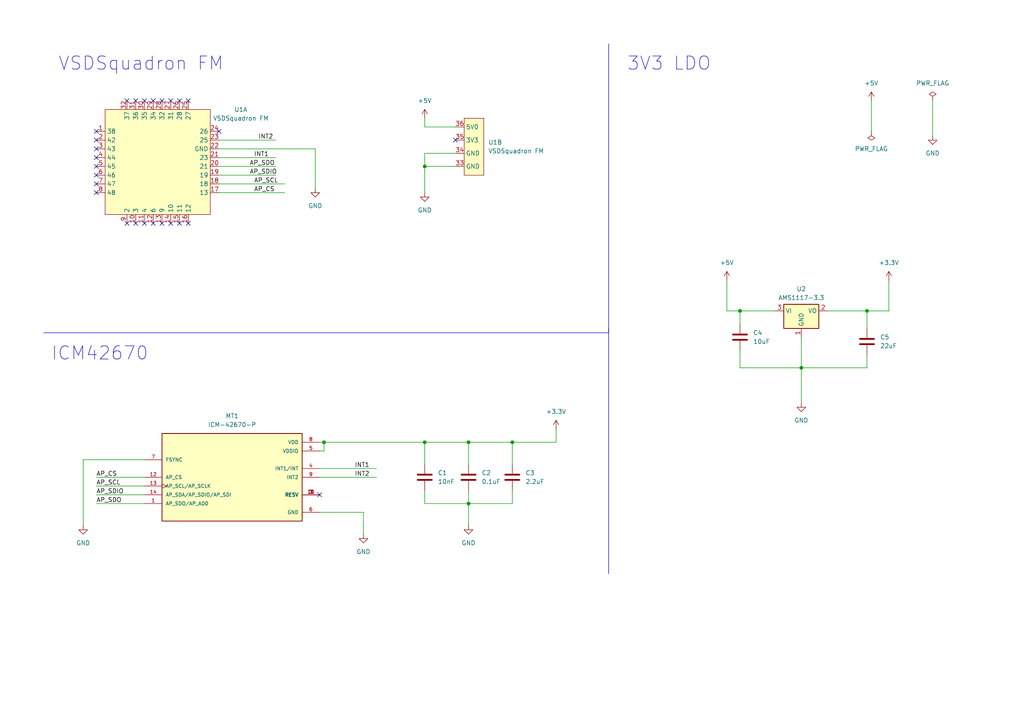
<source format=kicad_sch>
(kicad_sch
	(version 20231120)
	(generator "eeschema")
	(generator_version "8.0")
	(uuid "968a75bd-af66-40e6-94a2-2baa03d4997e")
	(paper "A4")
	(title_block
		(title "ICM42670-P VSDSquadron FM Shield")
		(date "2025-01-12")
		(rev "1A")
		(company "VLSI System Design")
	)
	(lib_symbols
		(symbol "Device:C"
			(pin_numbers hide)
			(pin_names
				(offset 0.254)
			)
			(exclude_from_sim no)
			(in_bom yes)
			(on_board yes)
			(property "Reference" "C"
				(at 0.635 2.54 0)
				(effects
					(font
						(size 1.27 1.27)
					)
					(justify left)
				)
			)
			(property "Value" "C"
				(at 0.635 -2.54 0)
				(effects
					(font
						(size 1.27 1.27)
					)
					(justify left)
				)
			)
			(property "Footprint" ""
				(at 0.9652 -3.81 0)
				(effects
					(font
						(size 1.27 1.27)
					)
					(hide yes)
				)
			)
			(property "Datasheet" "~"
				(at 0 0 0)
				(effects
					(font
						(size 1.27 1.27)
					)
					(hide yes)
				)
			)
			(property "Description" "Unpolarized capacitor"
				(at 0 0 0)
				(effects
					(font
						(size 1.27 1.27)
					)
					(hide yes)
				)
			)
			(property "ki_keywords" "cap capacitor"
				(at 0 0 0)
				(effects
					(font
						(size 1.27 1.27)
					)
					(hide yes)
				)
			)
			(property "ki_fp_filters" "C_*"
				(at 0 0 0)
				(effects
					(font
						(size 1.27 1.27)
					)
					(hide yes)
				)
			)
			(symbol "C_0_1"
				(polyline
					(pts
						(xy -2.032 -0.762) (xy 2.032 -0.762)
					)
					(stroke
						(width 0.508)
						(type default)
					)
					(fill
						(type none)
					)
				)
				(polyline
					(pts
						(xy -2.032 0.762) (xy 2.032 0.762)
					)
					(stroke
						(width 0.508)
						(type default)
					)
					(fill
						(type none)
					)
				)
			)
			(symbol "C_1_1"
				(pin passive line
					(at 0 3.81 270)
					(length 2.794)
					(name "~"
						(effects
							(font
								(size 1.27 1.27)
							)
						)
					)
					(number "1"
						(effects
							(font
								(size 1.27 1.27)
							)
						)
					)
				)
				(pin passive line
					(at 0 -3.81 90)
					(length 2.794)
					(name "~"
						(effects
							(font
								(size 1.27 1.27)
							)
						)
					)
					(number "2"
						(effects
							(font
								(size 1.27 1.27)
							)
						)
					)
				)
			)
		)
		(symbol "ICM-42670-P:ICM-42670-P"
			(pin_names
				(offset 1.016)
			)
			(exclude_from_sim no)
			(in_bom yes)
			(on_board yes)
			(property "Reference" "MT"
				(at -20.32 13.97 0)
				(effects
					(font
						(size 1.27 1.27)
					)
					(justify left bottom)
				)
			)
			(property "Value" "ICM-42670-P"
				(at -20.32 -15.24 0)
				(effects
					(font
						(size 1.27 1.27)
					)
					(justify left bottom)
				)
			)
			(property "Footprint" "ICM-42670-P:XDCR_ICM-42670-P"
				(at 0 0 0)
				(effects
					(font
						(size 1.27 1.27)
					)
					(justify bottom)
					(hide yes)
				)
			)
			(property "Datasheet" ""
				(at 0 0 0)
				(effects
					(font
						(size 1.27 1.27)
					)
					(hide yes)
				)
			)
			(property "Description" ""
				(at 0 0 0)
				(effects
					(font
						(size 1.27 1.27)
					)
					(hide yes)
				)
			)
			(property "MF" "TDK InvenSense"
				(at 0 0 0)
				(effects
					(font
						(size 1.27 1.27)
					)
					(justify bottom)
					(hide yes)
				)
			)
			(property "MAXIMUM_PACKAGE_HEIGHT" "0.81 mm"
				(at 0 0 0)
				(effects
					(font
						(size 1.27 1.27)
					)
					(justify bottom)
					(hide yes)
				)
			)
			(property "Package" "None"
				(at 0 0 0)
				(effects
					(font
						(size 1.27 1.27)
					)
					(justify bottom)
					(hide yes)
				)
			)
			(property "Price" "None"
				(at 0 0 0)
				(effects
					(font
						(size 1.27 1.27)
					)
					(justify bottom)
					(hide yes)
				)
			)
			(property "Check_prices" "https://www.snapeda.com/parts/ICM-42670-P/TDK/view-part/?ref=eda"
				(at 0 0 0)
				(effects
					(font
						(size 1.27 1.27)
					)
					(justify bottom)
					(hide yes)
				)
			)
			(property "STANDARD" "Manufacturer Recommendations"
				(at 0 0 0)
				(effects
					(font
						(size 1.27 1.27)
					)
					(justify bottom)
					(hide yes)
				)
			)
			(property "PARTREV" "1.1"
				(at 0 0 0)
				(effects
					(font
						(size 1.27 1.27)
					)
					(justify bottom)
					(hide yes)
				)
			)
			(property "SnapEDA_Link" "https://www.snapeda.com/parts/ICM-42670-P/TDK/view-part/?ref=snap"
				(at 0 0 0)
				(effects
					(font
						(size 1.27 1.27)
					)
					(justify bottom)
					(hide yes)
				)
			)
			(property "MP" "ICM-42670-P"
				(at 0 0 0)
				(effects
					(font
						(size 1.27 1.27)
					)
					(justify bottom)
					(hide yes)
				)
			)
			(property "Description_1" "\n                        \n                            Low-Power, Premium Performance 6-Axis MotionTrackingTM IMU with I3C, I2C and SPI interface in 2.5mm x 3mm Package\n                        \n"
				(at 0 0 0)
				(effects
					(font
						(size 1.27 1.27)
					)
					(justify bottom)
					(hide yes)
				)
			)
			(property "Availability" "In Stock"
				(at 0 0 0)
				(effects
					(font
						(size 1.27 1.27)
					)
					(justify bottom)
					(hide yes)
				)
			)
			(property "MANUFACTURER" "TDK InvenSense"
				(at 0 0 0)
				(effects
					(font
						(size 1.27 1.27)
					)
					(justify bottom)
					(hide yes)
				)
			)
			(symbol "ICM-42670-P_0_0"
				(rectangle
					(start -20.32 -12.7)
					(end 20.32 12.7)
					(stroke
						(width 0.254)
						(type default)
					)
					(fill
						(type background)
					)
				)
				(pin bidirectional line
					(at -25.4 -7.62 0)
					(length 5.08)
					(name "AP_SDO/AP_AD0"
						(effects
							(font
								(size 1.016 1.016)
							)
						)
					)
					(number "1"
						(effects
							(font
								(size 1.016 1.016)
							)
						)
					)
				)
				(pin passive line
					(at 25.4 -5.08 180)
					(length 5.08)
					(name "RESV"
						(effects
							(font
								(size 1.016 1.016)
							)
						)
					)
					(number "10"
						(effects
							(font
								(size 1.016 1.016)
							)
						)
					)
				)
				(pin passive line
					(at 25.4 -5.08 180)
					(length 5.08)
					(name "RESV"
						(effects
							(font
								(size 1.016 1.016)
							)
						)
					)
					(number "11"
						(effects
							(font
								(size 1.016 1.016)
							)
						)
					)
				)
				(pin input line
					(at -25.4 0 0)
					(length 5.08)
					(name "AP_CS"
						(effects
							(font
								(size 1.016 1.016)
							)
						)
					)
					(number "12"
						(effects
							(font
								(size 1.016 1.016)
							)
						)
					)
				)
				(pin input clock
					(at -25.4 -2.54 0)
					(length 5.08)
					(name "AP_SCL/AP_SCLK"
						(effects
							(font
								(size 1.016 1.016)
							)
						)
					)
					(number "13"
						(effects
							(font
								(size 1.016 1.016)
							)
						)
					)
				)
				(pin bidirectional line
					(at -25.4 -5.08 0)
					(length 5.08)
					(name "AP_SDA/AP_SDIO/AP_SDI"
						(effects
							(font
								(size 1.016 1.016)
							)
						)
					)
					(number "14"
						(effects
							(font
								(size 1.016 1.016)
							)
						)
					)
				)
				(pin passive line
					(at 25.4 -5.08 180)
					(length 5.08)
					(name "RESV"
						(effects
							(font
								(size 1.016 1.016)
							)
						)
					)
					(number "2"
						(effects
							(font
								(size 1.016 1.016)
							)
						)
					)
				)
				(pin passive line
					(at 25.4 -5.08 180)
					(length 5.08)
					(name "RESV"
						(effects
							(font
								(size 1.016 1.016)
							)
						)
					)
					(number "3"
						(effects
							(font
								(size 1.016 1.016)
							)
						)
					)
				)
				(pin output line
					(at 25.4 2.54 180)
					(length 5.08)
					(name "INT1/INT"
						(effects
							(font
								(size 1.016 1.016)
							)
						)
					)
					(number "4"
						(effects
							(font
								(size 1.016 1.016)
							)
						)
					)
				)
				(pin power_in line
					(at 25.4 7.62 180)
					(length 5.08)
					(name "VDDIO"
						(effects
							(font
								(size 1.016 1.016)
							)
						)
					)
					(number "5"
						(effects
							(font
								(size 1.016 1.016)
							)
						)
					)
				)
				(pin power_in line
					(at 25.4 -10.16 180)
					(length 5.08)
					(name "GND"
						(effects
							(font
								(size 1.016 1.016)
							)
						)
					)
					(number "6"
						(effects
							(font
								(size 1.016 1.016)
							)
						)
					)
				)
				(pin input line
					(at -25.4 5.08 0)
					(length 5.08)
					(name "FSYNC"
						(effects
							(font
								(size 1.016 1.016)
							)
						)
					)
					(number "7"
						(effects
							(font
								(size 1.016 1.016)
							)
						)
					)
				)
				(pin power_in line
					(at 25.4 10.16 180)
					(length 5.08)
					(name "VDD"
						(effects
							(font
								(size 1.016 1.016)
							)
						)
					)
					(number "8"
						(effects
							(font
								(size 1.016 1.016)
							)
						)
					)
				)
				(pin output line
					(at 25.4 0 180)
					(length 5.08)
					(name "INT2"
						(effects
							(font
								(size 1.016 1.016)
							)
						)
					)
					(number "9"
						(effects
							(font
								(size 1.016 1.016)
							)
						)
					)
				)
			)
		)
		(symbol "Regulator_Linear:AMS1117-3.3"
			(exclude_from_sim no)
			(in_bom yes)
			(on_board yes)
			(property "Reference" "U"
				(at -3.81 3.175 0)
				(effects
					(font
						(size 1.27 1.27)
					)
				)
			)
			(property "Value" "AMS1117-3.3"
				(at 0 3.175 0)
				(effects
					(font
						(size 1.27 1.27)
					)
					(justify left)
				)
			)
			(property "Footprint" "Package_TO_SOT_SMD:SOT-223-3_TabPin2"
				(at 0 5.08 0)
				(effects
					(font
						(size 1.27 1.27)
					)
					(hide yes)
				)
			)
			(property "Datasheet" "http://www.advanced-monolithic.com/pdf/ds1117.pdf"
				(at 2.54 -6.35 0)
				(effects
					(font
						(size 1.27 1.27)
					)
					(hide yes)
				)
			)
			(property "Description" "1A Low Dropout regulator, positive, 3.3V fixed output, SOT-223"
				(at 0 0 0)
				(effects
					(font
						(size 1.27 1.27)
					)
					(hide yes)
				)
			)
			(property "ki_keywords" "linear regulator ldo fixed positive"
				(at 0 0 0)
				(effects
					(font
						(size 1.27 1.27)
					)
					(hide yes)
				)
			)
			(property "ki_fp_filters" "SOT?223*TabPin2*"
				(at 0 0 0)
				(effects
					(font
						(size 1.27 1.27)
					)
					(hide yes)
				)
			)
			(symbol "AMS1117-3.3_0_1"
				(rectangle
					(start -5.08 -5.08)
					(end 5.08 1.905)
					(stroke
						(width 0.254)
						(type default)
					)
					(fill
						(type background)
					)
				)
			)
			(symbol "AMS1117-3.3_1_1"
				(pin power_in line
					(at 0 -7.62 90)
					(length 2.54)
					(name "GND"
						(effects
							(font
								(size 1.27 1.27)
							)
						)
					)
					(number "1"
						(effects
							(font
								(size 1.27 1.27)
							)
						)
					)
				)
				(pin power_out line
					(at 7.62 0 180)
					(length 2.54)
					(name "VO"
						(effects
							(font
								(size 1.27 1.27)
							)
						)
					)
					(number "2"
						(effects
							(font
								(size 1.27 1.27)
							)
						)
					)
				)
				(pin power_in line
					(at -7.62 0 0)
					(length 2.54)
					(name "VI"
						(effects
							(font
								(size 1.27 1.27)
							)
						)
					)
					(number "3"
						(effects
							(font
								(size 1.27 1.27)
							)
						)
					)
				)
			)
		)
		(symbol "VSDSquadron_FM:VSDSquadron_FM"
			(exclude_from_sim no)
			(in_bom yes)
			(on_board yes)
			(property "Reference" "U"
				(at -11.938 9.398 0)
				(effects
					(font
						(size 1.27 1.27)
					)
				)
			)
			(property "Value" "VSDSquadron FM"
				(at -0.254 9.144 0)
				(effects
					(font
						(size 1.27 1.27)
					)
				)
			)
			(property "Footprint" "VSDsquadron_FM:VSDSquadron_FM"
				(at 4.572 -2.286 0)
				(effects
					(font
						(size 1.27 1.27)
					)
					(hide yes)
				)
			)
			(property "Datasheet" "https://github.com/yathAg/VSDSquadron_FM"
				(at -4.318 -2.286 0)
				(effects
					(font
						(size 1.27 1.27)
					)
					(hide yes)
				)
			)
			(property "Description" ""
				(at -15.24 13.97 0)
				(effects
					(font
						(size 1.27 1.27)
					)
					(hide yes)
				)
			)
			(property "ki_locked" ""
				(at 0 0 0)
				(effects
					(font
						(size 1.27 1.27)
					)
				)
			)
			(symbol "VSDSquadron_FM_1_0"
				(pin bidirectional line
					(at -6.35 -17.78 90)
					(length 2.54)
					(name "3"
						(effects
							(font
								(size 1.27 1.27)
							)
						)
					)
					(number "10"
						(effects
							(font
								(size 1.27 1.27)
							)
						)
					)
				)
				(pin bidirectional line
					(at -3.81 -17.78 90)
					(length 2.54)
					(name "4"
						(effects
							(font
								(size 1.27 1.27)
							)
						)
					)
					(number "11"
						(effects
							(font
								(size 1.27 1.27)
							)
						)
					)
				)
				(pin bidirectional line
					(at -1.27 -17.78 90)
					(length 2.54)
					(name "6"
						(effects
							(font
								(size 1.27 1.27)
							)
						)
					)
					(number "12"
						(effects
							(font
								(size 1.27 1.27)
							)
						)
					)
				)
				(pin bidirectional line
					(at 1.27 -17.78 90)
					(length 2.54)
					(name "9"
						(effects
							(font
								(size 1.27 1.27)
							)
						)
					)
					(number "13"
						(effects
							(font
								(size 1.27 1.27)
							)
						)
					)
				)
				(pin bidirectional line
					(at 3.81 -17.78 90)
					(length 2.54)
					(name "10"
						(effects
							(font
								(size 1.27 1.27)
							)
						)
					)
					(number "14"
						(effects
							(font
								(size 1.27 1.27)
							)
						)
					)
				)
				(pin bidirectional line
					(at 17.78 -8.89 180)
					(length 2.54)
					(name "13"
						(effects
							(font
								(size 1.27 1.27)
							)
						)
					)
					(number "17"
						(effects
							(font
								(size 1.27 1.27)
							)
						)
					)
				)
				(pin bidirectional line
					(at 17.78 -6.35 180)
					(length 2.54)
					(name "18"
						(effects
							(font
								(size 1.27 1.27)
							)
						)
					)
					(number "18"
						(effects
							(font
								(size 1.27 1.27)
							)
						)
					)
				)
				(pin bidirectional line
					(at 17.78 -3.81 180)
					(length 2.54)
					(name "19"
						(effects
							(font
								(size 1.27 1.27)
							)
						)
					)
					(number "19"
						(effects
							(font
								(size 1.27 1.27)
							)
						)
					)
				)
				(pin bidirectional line
					(at 17.78 -1.27 180)
					(length 2.54)
					(name "21"
						(effects
							(font
								(size 1.27 1.27)
							)
						)
					)
					(number "20"
						(effects
							(font
								(size 1.27 1.27)
							)
						)
					)
				)
				(pin bidirectional line
					(at 17.78 1.27 180)
					(length 2.54)
					(name "23"
						(effects
							(font
								(size 1.27 1.27)
							)
						)
					)
					(number "21"
						(effects
							(font
								(size 1.27 1.27)
							)
						)
					)
				)
				(pin power_in line
					(at 17.78 3.81 180)
					(length 2.54)
					(name "GND"
						(effects
							(font
								(size 1.27 1.27)
							)
						)
					)
					(number "22"
						(effects
							(font
								(size 1.27 1.27)
							)
						)
					)
				)
				(pin bidirectional line
					(at 17.78 6.35 180)
					(length 2.54)
					(name "25"
						(effects
							(font
								(size 1.27 1.27)
							)
						)
					)
					(number "23"
						(effects
							(font
								(size 1.27 1.27)
							)
						)
					)
				)
				(pin bidirectional line
					(at 17.78 8.89 180)
					(length 2.54)
					(name "26"
						(effects
							(font
								(size 1.27 1.27)
							)
						)
					)
					(number "24"
						(effects
							(font
								(size 1.27 1.27)
							)
						)
					)
				)
				(pin bidirectional line
					(at 8.89 17.78 270)
					(length 2.54)
					(name "27"
						(effects
							(font
								(size 1.27 1.27)
							)
						)
					)
					(number "25"
						(effects
							(font
								(size 1.27 1.27)
							)
						)
					)
				)
				(pin bidirectional line
					(at 6.35 17.78 270)
					(length 2.54)
					(name "28"
						(effects
							(font
								(size 1.27 1.27)
							)
						)
					)
					(number "26"
						(effects
							(font
								(size 1.27 1.27)
							)
						)
					)
				)
				(pin bidirectional line
					(at -1.27 17.78 270)
					(length 2.54)
					(name "34"
						(effects
							(font
								(size 1.27 1.27)
							)
						)
					)
					(number "29"
						(effects
							(font
								(size 1.27 1.27)
							)
						)
					)
				)
				(pin bidirectional line
					(at -17.78 3.81 0)
					(length 2.54)
					(name "43"
						(effects
							(font
								(size 1.27 1.27)
							)
						)
					)
					(number "3"
						(effects
							(font
								(size 1.27 1.27)
							)
						)
					)
				)
				(pin bidirectional line
					(at -3.81 17.78 270)
					(length 2.54)
					(name "35"
						(effects
							(font
								(size 1.27 1.27)
							)
						)
					)
					(number "30"
						(effects
							(font
								(size 1.27 1.27)
							)
						)
					)
				)
				(pin bidirectional line
					(at -6.35 17.78 270)
					(length 2.54)
					(name "36"
						(effects
							(font
								(size 1.27 1.27)
							)
						)
					)
					(number "31"
						(effects
							(font
								(size 1.27 1.27)
							)
						)
					)
				)
				(pin bidirectional line
					(at -8.89 17.78 270)
					(length 2.54)
					(name "37"
						(effects
							(font
								(size 1.27 1.27)
							)
						)
					)
					(number "32"
						(effects
							(font
								(size 1.27 1.27)
							)
						)
					)
				)
				(pin bidirectional line
					(at -17.78 1.27 0)
					(length 2.54)
					(name "44"
						(effects
							(font
								(size 1.27 1.27)
							)
						)
					)
					(number "4"
						(effects
							(font
								(size 1.27 1.27)
							)
						)
					)
				)
				(pin bidirectional line
					(at -17.78 -1.27 0)
					(length 2.54)
					(name "45"
						(effects
							(font
								(size 1.27 1.27)
							)
						)
					)
					(number "5"
						(effects
							(font
								(size 1.27 1.27)
							)
						)
					)
				)
				(pin bidirectional line
					(at -17.78 -3.81 0)
					(length 2.54)
					(name "46"
						(effects
							(font
								(size 1.27 1.27)
							)
						)
					)
					(number "6"
						(effects
							(font
								(size 1.27 1.27)
							)
						)
					)
				)
				(pin bidirectional line
					(at -17.78 -6.35 0)
					(length 2.54)
					(name "47"
						(effects
							(font
								(size 1.27 1.27)
							)
						)
					)
					(number "7"
						(effects
							(font
								(size 1.27 1.27)
							)
						)
					)
				)
			)
			(symbol "VSDSquadron_FM_1_1"
				(rectangle
					(start -15.24 15.24)
					(end 15.24 -15.24)
					(stroke
						(width 0)
						(type default)
					)
					(fill
						(type background)
					)
				)
				(pin bidirectional line
					(at -17.78 8.89 0)
					(length 2.54)
					(name "38"
						(effects
							(font
								(size 1.27 1.27)
							)
						)
					)
					(number "1"
						(effects
							(font
								(size 1.27 1.27)
							)
						)
					)
				)
				(pin bidirectional line
					(at 6.35 -17.78 90)
					(length 2.54)
					(name "11"
						(effects
							(font
								(size 1.27 1.27)
							)
						)
					)
					(number "15"
						(effects
							(font
								(size 1.27 1.27)
							)
						)
					)
				)
				(pin bidirectional line
					(at 8.89 -17.78 90)
					(length 2.54)
					(name "12"
						(effects
							(font
								(size 1.27 1.27)
							)
						)
					)
					(number "16"
						(effects
							(font
								(size 1.27 1.27)
							)
						)
					)
				)
				(pin bidirectional line
					(at -17.78 6.35 0)
					(length 2.54)
					(name "42"
						(effects
							(font
								(size 1.27 1.27)
							)
						)
					)
					(number "2"
						(effects
							(font
								(size 1.27 1.27)
							)
						)
					)
				)
				(pin bidirectional line
					(at 3.81 17.78 270)
					(length 2.54)
					(name "31"
						(effects
							(font
								(size 1.27 1.27)
							)
						)
					)
					(number "27"
						(effects
							(font
								(size 1.27 1.27)
							)
						)
					)
				)
				(pin bidirectional line
					(at 1.27 17.78 270)
					(length 2.54)
					(name "32"
						(effects
							(font
								(size 1.27 1.27)
							)
						)
					)
					(number "28"
						(effects
							(font
								(size 1.27 1.27)
							)
						)
					)
				)
				(pin bidirectional line
					(at -17.78 -8.89 0)
					(length 2.54)
					(name "48"
						(effects
							(font
								(size 1.27 1.27)
							)
						)
					)
					(number "8"
						(effects
							(font
								(size 1.27 1.27)
							)
						)
					)
				)
				(pin bidirectional line
					(at -8.89 -17.78 90)
					(length 2.54)
					(name "2"
						(effects
							(font
								(size 1.27 1.27)
							)
						)
					)
					(number "9"
						(effects
							(font
								(size 1.27 1.27)
							)
						)
					)
				)
			)
			(symbol "VSDSquadron_FM_2_1"
				(rectangle
					(start -3.175 8.255)
					(end 2.54 -8.255)
					(stroke
						(width 0)
						(type default)
					)
					(fill
						(type background)
					)
				)
				(pin power_in line
					(at -5.715 -5.715 0)
					(length 2.54)
					(name "GND"
						(effects
							(font
								(size 1.27 1.27)
							)
						)
					)
					(number "33"
						(effects
							(font
								(size 1.27 1.27)
							)
						)
					)
				)
				(pin power_in line
					(at -5.715 -1.905 0)
					(length 2.54)
					(name "GND"
						(effects
							(font
								(size 1.27 1.27)
							)
						)
					)
					(number "34"
						(effects
							(font
								(size 1.27 1.27)
							)
						)
					)
				)
				(pin power_in line
					(at -5.715 1.905 0)
					(length 2.54)
					(name "3V3"
						(effects
							(font
								(size 1.27 1.27)
							)
						)
					)
					(number "35"
						(effects
							(font
								(size 1.27 1.27)
							)
						)
					)
				)
				(pin power_in line
					(at -5.715 5.715 0)
					(length 2.54)
					(name "5V0"
						(effects
							(font
								(size 1.27 1.27)
							)
						)
					)
					(number "36"
						(effects
							(font
								(size 1.27 1.27)
							)
						)
					)
				)
			)
		)
		(symbol "power:+3.3V"
			(power)
			(pin_numbers hide)
			(pin_names
				(offset 0) hide)
			(exclude_from_sim no)
			(in_bom yes)
			(on_board yes)
			(property "Reference" "#PWR"
				(at 0 -3.81 0)
				(effects
					(font
						(size 1.27 1.27)
					)
					(hide yes)
				)
			)
			(property "Value" "+3.3V"
				(at 0 3.556 0)
				(effects
					(font
						(size 1.27 1.27)
					)
				)
			)
			(property "Footprint" ""
				(at 0 0 0)
				(effects
					(font
						(size 1.27 1.27)
					)
					(hide yes)
				)
			)
			(property "Datasheet" ""
				(at 0 0 0)
				(effects
					(font
						(size 1.27 1.27)
					)
					(hide yes)
				)
			)
			(property "Description" "Power symbol creates a global label with name \"+3.3V\""
				(at 0 0 0)
				(effects
					(font
						(size 1.27 1.27)
					)
					(hide yes)
				)
			)
			(property "ki_keywords" "global power"
				(at 0 0 0)
				(effects
					(font
						(size 1.27 1.27)
					)
					(hide yes)
				)
			)
			(symbol "+3.3V_0_1"
				(polyline
					(pts
						(xy -0.762 1.27) (xy 0 2.54)
					)
					(stroke
						(width 0)
						(type default)
					)
					(fill
						(type none)
					)
				)
				(polyline
					(pts
						(xy 0 0) (xy 0 2.54)
					)
					(stroke
						(width 0)
						(type default)
					)
					(fill
						(type none)
					)
				)
				(polyline
					(pts
						(xy 0 2.54) (xy 0.762 1.27)
					)
					(stroke
						(width 0)
						(type default)
					)
					(fill
						(type none)
					)
				)
			)
			(symbol "+3.3V_1_1"
				(pin power_in line
					(at 0 0 90)
					(length 0)
					(name "~"
						(effects
							(font
								(size 1.27 1.27)
							)
						)
					)
					(number "1"
						(effects
							(font
								(size 1.27 1.27)
							)
						)
					)
				)
			)
		)
		(symbol "power:+5V"
			(power)
			(pin_numbers hide)
			(pin_names
				(offset 0) hide)
			(exclude_from_sim no)
			(in_bom yes)
			(on_board yes)
			(property "Reference" "#PWR"
				(at 0 -3.81 0)
				(effects
					(font
						(size 1.27 1.27)
					)
					(hide yes)
				)
			)
			(property "Value" "+5V"
				(at 0 3.556 0)
				(effects
					(font
						(size 1.27 1.27)
					)
				)
			)
			(property "Footprint" ""
				(at 0 0 0)
				(effects
					(font
						(size 1.27 1.27)
					)
					(hide yes)
				)
			)
			(property "Datasheet" ""
				(at 0 0 0)
				(effects
					(font
						(size 1.27 1.27)
					)
					(hide yes)
				)
			)
			(property "Description" "Power symbol creates a global label with name \"+5V\""
				(at 0 0 0)
				(effects
					(font
						(size 1.27 1.27)
					)
					(hide yes)
				)
			)
			(property "ki_keywords" "global power"
				(at 0 0 0)
				(effects
					(font
						(size 1.27 1.27)
					)
					(hide yes)
				)
			)
			(symbol "+5V_0_1"
				(polyline
					(pts
						(xy -0.762 1.27) (xy 0 2.54)
					)
					(stroke
						(width 0)
						(type default)
					)
					(fill
						(type none)
					)
				)
				(polyline
					(pts
						(xy 0 0) (xy 0 2.54)
					)
					(stroke
						(width 0)
						(type default)
					)
					(fill
						(type none)
					)
				)
				(polyline
					(pts
						(xy 0 2.54) (xy 0.762 1.27)
					)
					(stroke
						(width 0)
						(type default)
					)
					(fill
						(type none)
					)
				)
			)
			(symbol "+5V_1_1"
				(pin power_in line
					(at 0 0 90)
					(length 0)
					(name "~"
						(effects
							(font
								(size 1.27 1.27)
							)
						)
					)
					(number "1"
						(effects
							(font
								(size 1.27 1.27)
							)
						)
					)
				)
			)
		)
		(symbol "power:GND"
			(power)
			(pin_numbers hide)
			(pin_names
				(offset 0) hide)
			(exclude_from_sim no)
			(in_bom yes)
			(on_board yes)
			(property "Reference" "#PWR"
				(at 0 -6.35 0)
				(effects
					(font
						(size 1.27 1.27)
					)
					(hide yes)
				)
			)
			(property "Value" "GND"
				(at 0 -3.81 0)
				(effects
					(font
						(size 1.27 1.27)
					)
				)
			)
			(property "Footprint" ""
				(at 0 0 0)
				(effects
					(font
						(size 1.27 1.27)
					)
					(hide yes)
				)
			)
			(property "Datasheet" ""
				(at 0 0 0)
				(effects
					(font
						(size 1.27 1.27)
					)
					(hide yes)
				)
			)
			(property "Description" "Power symbol creates a global label with name \"GND\" , ground"
				(at 0 0 0)
				(effects
					(font
						(size 1.27 1.27)
					)
					(hide yes)
				)
			)
			(property "ki_keywords" "global power"
				(at 0 0 0)
				(effects
					(font
						(size 1.27 1.27)
					)
					(hide yes)
				)
			)
			(symbol "GND_0_1"
				(polyline
					(pts
						(xy 0 0) (xy 0 -1.27) (xy 1.27 -1.27) (xy 0 -2.54) (xy -1.27 -1.27) (xy 0 -1.27)
					)
					(stroke
						(width 0)
						(type default)
					)
					(fill
						(type none)
					)
				)
			)
			(symbol "GND_1_1"
				(pin power_in line
					(at 0 0 270)
					(length 0)
					(name "~"
						(effects
							(font
								(size 1.27 1.27)
							)
						)
					)
					(number "1"
						(effects
							(font
								(size 1.27 1.27)
							)
						)
					)
				)
			)
		)
		(symbol "power:PWR_FLAG"
			(power)
			(pin_numbers hide)
			(pin_names
				(offset 0) hide)
			(exclude_from_sim no)
			(in_bom yes)
			(on_board yes)
			(property "Reference" "#FLG"
				(at 0 1.905 0)
				(effects
					(font
						(size 1.27 1.27)
					)
					(hide yes)
				)
			)
			(property "Value" "PWR_FLAG"
				(at 0 3.81 0)
				(effects
					(font
						(size 1.27 1.27)
					)
				)
			)
			(property "Footprint" ""
				(at 0 0 0)
				(effects
					(font
						(size 1.27 1.27)
					)
					(hide yes)
				)
			)
			(property "Datasheet" "~"
				(at 0 0 0)
				(effects
					(font
						(size 1.27 1.27)
					)
					(hide yes)
				)
			)
			(property "Description" "Special symbol for telling ERC where power comes from"
				(at 0 0 0)
				(effects
					(font
						(size 1.27 1.27)
					)
					(hide yes)
				)
			)
			(property "ki_keywords" "flag power"
				(at 0 0 0)
				(effects
					(font
						(size 1.27 1.27)
					)
					(hide yes)
				)
			)
			(symbol "PWR_FLAG_0_0"
				(pin power_out line
					(at 0 0 90)
					(length 0)
					(name "~"
						(effects
							(font
								(size 1.27 1.27)
							)
						)
					)
					(number "1"
						(effects
							(font
								(size 1.27 1.27)
							)
						)
					)
				)
			)
			(symbol "PWR_FLAG_0_1"
				(polyline
					(pts
						(xy 0 0) (xy 0 1.27) (xy -1.016 1.905) (xy 0 2.54) (xy 1.016 1.905) (xy 0 1.27)
					)
					(stroke
						(width 0)
						(type default)
					)
					(fill
						(type none)
					)
				)
			)
		)
	)
	(junction
		(at 93.98 128.27)
		(diameter 0)
		(color 0 0 0 0)
		(uuid "054a7a6f-dcde-4ec1-94e6-617a0c88d706")
	)
	(junction
		(at 251.46 90.17)
		(diameter 0)
		(color 0 0 0 0)
		(uuid "4276e541-1de4-4c61-bcd1-04a63a40f7fa")
	)
	(junction
		(at 123.19 48.26)
		(diameter 0)
		(color 0 0 0 0)
		(uuid "89e80dd0-4e68-485b-b053-a13ae463b739")
	)
	(junction
		(at 135.89 146.05)
		(diameter 0)
		(color 0 0 0 0)
		(uuid "8f4ca632-5475-423d-bd9c-a0eb2f21f341")
	)
	(junction
		(at 123.19 128.27)
		(diameter 0)
		(color 0 0 0 0)
		(uuid "942d8e73-f8b6-4aa7-984c-2959e6de8704")
	)
	(junction
		(at 148.59 128.27)
		(diameter 0)
		(color 0 0 0 0)
		(uuid "c694678f-54fd-4598-aba2-e2e639b8d16d")
	)
	(junction
		(at 214.63 90.17)
		(diameter 0)
		(color 0 0 0 0)
		(uuid "cb379b98-9487-47d4-b13e-5904acf5855e")
	)
	(junction
		(at 135.89 128.27)
		(diameter 0)
		(color 0 0 0 0)
		(uuid "d25327a3-5f8d-4102-91d9-31a79c1991e8")
	)
	(junction
		(at 232.41 106.68)
		(diameter 0)
		(color 0 0 0 0)
		(uuid "e3746c33-83c6-46fb-90b7-461f531428ed")
	)
	(no_connect
		(at 27.94 53.34)
		(uuid "0714818f-9846-4668-97a4-a3af78519968")
	)
	(no_connect
		(at 36.83 64.77)
		(uuid "186a11af-0069-48f5-b4e4-92435c7c0f78")
	)
	(no_connect
		(at 46.99 64.77)
		(uuid "1c5d47a4-8170-4fc1-b6ed-ee26f0c73e46")
	)
	(no_connect
		(at 39.37 29.21)
		(uuid "1ebe097c-e9ab-48e8-a843-839c2906ec2e")
	)
	(no_connect
		(at 49.53 64.77)
		(uuid "2dad0fea-ffed-42d8-9eae-b017f2a1b3ff")
	)
	(no_connect
		(at 27.94 38.1)
		(uuid "318cce8a-2095-40c4-a689-268479b9bc25")
	)
	(no_connect
		(at 27.94 50.8)
		(uuid "37580b35-6fc6-4cff-89f1-8c7e6a56df22")
	)
	(no_connect
		(at 27.94 43.18)
		(uuid "3a20e7d0-35aa-4ee6-8ebb-fc8fdf6e9710")
	)
	(no_connect
		(at 132.08 40.64)
		(uuid "4938a0d9-20dc-4afb-978a-17c2702b5a78")
	)
	(no_connect
		(at 41.91 29.21)
		(uuid "4dd9790f-4d11-4d1e-b8a3-8ae58ca2fe05")
	)
	(no_connect
		(at 27.94 40.64)
		(uuid "4efecec1-de4e-4ff7-b9ef-0ff4cdd9edc7")
	)
	(no_connect
		(at 39.37 64.77)
		(uuid "4f406427-ba4c-47f9-98a0-2bb6f93af152")
	)
	(no_connect
		(at 36.83 29.21)
		(uuid "6bf3466c-0086-480e-a749-772d3616150d")
	)
	(no_connect
		(at 54.61 29.21)
		(uuid "6e58d56d-be12-49f0-a18c-3ce0a995f295")
	)
	(no_connect
		(at 27.94 48.26)
		(uuid "6f6d18a0-d448-48b9-9ee5-2fd72f07ab51")
	)
	(no_connect
		(at 54.61 64.77)
		(uuid "7109ca68-7ee4-4948-bec9-8d070cb702bc")
	)
	(no_connect
		(at 63.5 38.1)
		(uuid "7c06e2a7-d038-4370-8788-71722db4e013")
	)
	(no_connect
		(at 44.45 64.77)
		(uuid "95c5ffc4-aa61-41fe-b243-55806b0d165c")
	)
	(no_connect
		(at 46.99 29.21)
		(uuid "afbd3f5d-0ee5-46d1-a48a-e36636e9e3ed")
	)
	(no_connect
		(at 44.45 29.21)
		(uuid "b3d5cbc9-2ede-45c3-8989-6facee5f3265")
	)
	(no_connect
		(at 52.07 29.21)
		(uuid "c30bc964-82c3-4bcf-b29f-ede41d101c14")
	)
	(no_connect
		(at 41.91 64.77)
		(uuid "c678a203-7f77-40ab-b1a0-913eec8da9ff")
	)
	(no_connect
		(at 27.94 55.88)
		(uuid "d0a29d95-8650-4b42-9224-13c8746bfe77")
	)
	(no_connect
		(at 92.71 143.51)
		(uuid "db09b8e0-9877-4e1f-9667-cf6fc8c3bfad")
	)
	(no_connect
		(at 52.07 64.77)
		(uuid "dcaaf2e3-dffa-469d-b6ed-6264e779621a")
	)
	(no_connect
		(at 49.53 29.21)
		(uuid "ddef9e1e-2c5d-435e-81d1-86ddcb97e0ec")
	)
	(no_connect
		(at 27.94 45.72)
		(uuid "feb53ba6-3063-4bb3-adc1-93185dd8bff8")
	)
	(wire
		(pts
			(xy 63.5 50.8) (xy 80.01 50.8)
		)
		(stroke
			(width 0)
			(type default)
		)
		(uuid "05f0ce7f-3c5a-4a9c-8a78-e954f5a05160")
	)
	(wire
		(pts
			(xy 41.91 140.97) (xy 27.94 140.97)
		)
		(stroke
			(width 0)
			(type default)
		)
		(uuid "06e08176-a6dc-4ca6-ae56-712b859ba2c6")
	)
	(wire
		(pts
			(xy 41.91 133.35) (xy 24.13 133.35)
		)
		(stroke
			(width 0)
			(type default)
		)
		(uuid "0a253e12-c659-40cf-898e-7cfa631a4a08")
	)
	(wire
		(pts
			(xy 24.13 133.35) (xy 24.13 152.4)
		)
		(stroke
			(width 0)
			(type default)
		)
		(uuid "10e1eea9-5b90-4b6c-b961-f61b7c646271")
	)
	(wire
		(pts
			(xy 123.19 48.26) (xy 123.19 55.88)
		)
		(stroke
			(width 0)
			(type default)
		)
		(uuid "1165f92b-d4d8-4671-9d53-a4997dc1a132")
	)
	(wire
		(pts
			(xy 123.19 142.24) (xy 123.19 146.05)
		)
		(stroke
			(width 0)
			(type default)
		)
		(uuid "15ab9e23-8284-446e-82b8-b773ac5330ba")
	)
	(wire
		(pts
			(xy 214.63 90.17) (xy 214.63 93.98)
		)
		(stroke
			(width 0)
			(type default)
		)
		(uuid "173268e6-70b0-448e-8793-c6b78ced9d21")
	)
	(wire
		(pts
			(xy 63.5 53.34) (xy 82.55 53.34)
		)
		(stroke
			(width 0)
			(type default)
		)
		(uuid "178c0340-720f-452f-a133-231f4522f3d3")
	)
	(wire
		(pts
			(xy 63.5 48.26) (xy 80.01 48.26)
		)
		(stroke
			(width 0)
			(type default)
		)
		(uuid "19ee6ae0-0c6c-4149-9ca8-30cc0c9ae45f")
	)
	(wire
		(pts
			(xy 93.98 130.81) (xy 93.98 128.27)
		)
		(stroke
			(width 0)
			(type default)
		)
		(uuid "20af51b9-1e7b-4de5-8ac6-b071bfaddf8e")
	)
	(wire
		(pts
			(xy 135.89 142.24) (xy 135.89 146.05)
		)
		(stroke
			(width 0)
			(type default)
		)
		(uuid "21299e87-0d4d-4f25-9932-d0c820b57992")
	)
	(wire
		(pts
			(xy 132.08 48.26) (xy 123.19 48.26)
		)
		(stroke
			(width 0)
			(type default)
		)
		(uuid "24554c04-d121-439c-ab8b-14ce0ec44058")
	)
	(wire
		(pts
			(xy 123.19 44.45) (xy 123.19 48.26)
		)
		(stroke
			(width 0)
			(type default)
		)
		(uuid "25d6eb2d-4505-471d-9c4e-da6dc25c81dc")
	)
	(wire
		(pts
			(xy 214.63 106.68) (xy 232.41 106.68)
		)
		(stroke
			(width 0)
			(type default)
		)
		(uuid "282f8f6c-98a0-46ef-9aab-22d2e4303a07")
	)
	(wire
		(pts
			(xy 91.44 43.18) (xy 91.44 54.61)
		)
		(stroke
			(width 0)
			(type default)
		)
		(uuid "2c3ac754-ada3-4353-8677-fd923ec787fc")
	)
	(wire
		(pts
			(xy 123.19 36.83) (xy 132.08 36.83)
		)
		(stroke
			(width 0)
			(type default)
		)
		(uuid "34b2b0d3-304a-4585-aa2a-e58faf140b34")
	)
	(wire
		(pts
			(xy 232.41 97.79) (xy 232.41 106.68)
		)
		(stroke
			(width 0)
			(type default)
		)
		(uuid "4055b319-51cc-423e-a6d5-72b3eb9a7dc3")
	)
	(wire
		(pts
			(xy 27.94 138.43) (xy 41.91 138.43)
		)
		(stroke
			(width 0)
			(type default)
		)
		(uuid "4e082b6c-5caf-489e-9e4f-0f587b287456")
	)
	(wire
		(pts
			(xy 210.82 81.28) (xy 210.82 90.17)
		)
		(stroke
			(width 0)
			(type default)
		)
		(uuid "4e53e82f-6199-4530-942d-e0cda44671da")
	)
	(wire
		(pts
			(xy 148.59 128.27) (xy 148.59 134.62)
		)
		(stroke
			(width 0)
			(type default)
		)
		(uuid "50021ed8-3863-4c30-ada5-08a99ccaf31a")
	)
	(wire
		(pts
			(xy 92.71 130.81) (xy 93.98 130.81)
		)
		(stroke
			(width 0)
			(type default)
		)
		(uuid "545c22e0-8cc5-4f29-9510-3fc46d5ded0e")
	)
	(wire
		(pts
			(xy 251.46 90.17) (xy 257.81 90.17)
		)
		(stroke
			(width 0)
			(type default)
		)
		(uuid "56717dd3-5ef4-4f04-9e75-1a6333e4217e")
	)
	(wire
		(pts
			(xy 123.19 146.05) (xy 135.89 146.05)
		)
		(stroke
			(width 0)
			(type default)
		)
		(uuid "5de51100-4d37-46c4-bbe5-a14c2bf84cb5")
	)
	(polyline
		(pts
			(xy 12.7 96.52) (xy 176.53 96.52)
		)
		(stroke
			(width 0)
			(type default)
		)
		(uuid "5f89f36f-ba6a-4494-a9c6-29c442c422d0")
	)
	(wire
		(pts
			(xy 93.98 128.27) (xy 123.19 128.27)
		)
		(stroke
			(width 0)
			(type default)
		)
		(uuid "63711be0-5073-4e6e-b5ca-c6a398b988dd")
	)
	(wire
		(pts
			(xy 135.89 128.27) (xy 135.89 134.62)
		)
		(stroke
			(width 0)
			(type default)
		)
		(uuid "68c0b951-4a0a-4de4-8e7a-90e534a5c343")
	)
	(wire
		(pts
			(xy 270.51 29.21) (xy 270.51 39.37)
		)
		(stroke
			(width 0)
			(type default)
		)
		(uuid "6dc476fc-08d2-4bdf-a3a2-e4c59542e55e")
	)
	(wire
		(pts
			(xy 148.59 128.27) (xy 161.29 128.27)
		)
		(stroke
			(width 0)
			(type default)
		)
		(uuid "6f69c8a1-f84b-442d-8439-32795ae8e2b2")
	)
	(wire
		(pts
			(xy 135.89 128.27) (xy 148.59 128.27)
		)
		(stroke
			(width 0)
			(type default)
		)
		(uuid "705bc95d-5fee-4d45-9209-cf68a6a246cf")
	)
	(wire
		(pts
			(xy 132.08 44.45) (xy 123.19 44.45)
		)
		(stroke
			(width 0)
			(type default)
		)
		(uuid "732a5bb2-3881-4d41-8bb5-2a64e51109fc")
	)
	(wire
		(pts
			(xy 224.79 90.17) (xy 214.63 90.17)
		)
		(stroke
			(width 0)
			(type default)
		)
		(uuid "7a656ead-d40e-4795-871b-c3738468be3a")
	)
	(wire
		(pts
			(xy 251.46 90.17) (xy 251.46 95.25)
		)
		(stroke
			(width 0)
			(type default)
		)
		(uuid "7ea076d5-b721-4c43-94b3-ed9f34576d8e")
	)
	(wire
		(pts
			(xy 252.73 29.21) (xy 252.73 38.1)
		)
		(stroke
			(width 0)
			(type default)
		)
		(uuid "800770e4-61ce-41c3-a9b2-ec5197bad869")
	)
	(wire
		(pts
			(xy 92.71 138.43) (xy 109.22 138.43)
		)
		(stroke
			(width 0)
			(type default)
		)
		(uuid "83e48c01-5b03-43ff-ac78-dfafc1137f88")
	)
	(polyline
		(pts
			(xy 176.53 12.7) (xy 176.53 166.37)
		)
		(stroke
			(width 0)
			(type default)
		)
		(uuid "8ca72d0c-a2e6-4f8e-9bab-57d05fd9dddc")
	)
	(wire
		(pts
			(xy 257.81 81.28) (xy 257.81 90.17)
		)
		(stroke
			(width 0)
			(type default)
		)
		(uuid "8dd4cccf-f5e9-4c3c-b3b1-d021c5533206")
	)
	(wire
		(pts
			(xy 135.89 146.05) (xy 148.59 146.05)
		)
		(stroke
			(width 0)
			(type default)
		)
		(uuid "a81b5586-86f5-4e5b-a6a3-2236416e9fe7")
	)
	(wire
		(pts
			(xy 41.91 146.05) (xy 27.94 146.05)
		)
		(stroke
			(width 0)
			(type default)
		)
		(uuid "a88bf35e-876a-46ab-a175-197602c5328d")
	)
	(wire
		(pts
			(xy 63.5 55.88) (xy 82.55 55.88)
		)
		(stroke
			(width 0)
			(type default)
		)
		(uuid "b2690624-014e-4d18-a825-c6b2cd508011")
	)
	(polyline
		(pts
			(xy 176.53 96.52) (xy 176.53 95.25)
		)
		(stroke
			(width 0)
			(type default)
		)
		(uuid "b42b939f-aeff-44d1-b100-73f37816bc1b")
	)
	(wire
		(pts
			(xy 123.19 128.27) (xy 135.89 128.27)
		)
		(stroke
			(width 0)
			(type default)
		)
		(uuid "b58af36c-6741-43be-8a2f-975ad38987e2")
	)
	(wire
		(pts
			(xy 92.71 128.27) (xy 93.98 128.27)
		)
		(stroke
			(width 0)
			(type default)
		)
		(uuid "b71adb0b-558b-4528-8a3f-160c987244cc")
	)
	(wire
		(pts
			(xy 214.63 101.6) (xy 214.63 106.68)
		)
		(stroke
			(width 0)
			(type default)
		)
		(uuid "b9f7dc2f-e2d2-4222-a207-b43ba48e2972")
	)
	(wire
		(pts
			(xy 63.5 43.18) (xy 91.44 43.18)
		)
		(stroke
			(width 0)
			(type default)
		)
		(uuid "c0edaeee-ee54-4536-91be-c4dfb4b86cb9")
	)
	(wire
		(pts
			(xy 105.41 148.59) (xy 105.41 154.94)
		)
		(stroke
			(width 0)
			(type default)
		)
		(uuid "c1931e9d-3649-4760-8b30-3e890c3f50e2")
	)
	(wire
		(pts
			(xy 63.5 40.64) (xy 80.01 40.64)
		)
		(stroke
			(width 0)
			(type default)
		)
		(uuid "c1e115cb-ee8d-421a-8f7b-7c147447ed3e")
	)
	(wire
		(pts
			(xy 232.41 106.68) (xy 232.41 116.84)
		)
		(stroke
			(width 0)
			(type default)
		)
		(uuid "c934a72d-6559-448d-a0d5-daee888cc3b8")
	)
	(wire
		(pts
			(xy 123.19 128.27) (xy 123.19 134.62)
		)
		(stroke
			(width 0)
			(type default)
		)
		(uuid "d6ed1b52-e286-4f0e-8ae6-09ccfd663a2a")
	)
	(wire
		(pts
			(xy 123.19 34.29) (xy 123.19 36.83)
		)
		(stroke
			(width 0)
			(type default)
		)
		(uuid "d7da16a1-1c66-456f-9748-a1ebd68f5303")
	)
	(wire
		(pts
			(xy 92.71 148.59) (xy 105.41 148.59)
		)
		(stroke
			(width 0)
			(type default)
		)
		(uuid "dd11b52a-a8c0-4f16-b0f1-e838067f89dc")
	)
	(wire
		(pts
			(xy 232.41 106.68) (xy 251.46 106.68)
		)
		(stroke
			(width 0)
			(type default)
		)
		(uuid "dd1632a4-e5d7-4aa1-9758-c92e5c111953")
	)
	(wire
		(pts
			(xy 63.5 45.72) (xy 80.01 45.72)
		)
		(stroke
			(width 0)
			(type default)
		)
		(uuid "dfa4258a-879b-4195-8e6b-06c08703d6c0")
	)
	(wire
		(pts
			(xy 148.59 142.24) (xy 148.59 146.05)
		)
		(stroke
			(width 0)
			(type default)
		)
		(uuid "e53275e2-1a8f-4145-a59a-34b6bd6b95c6")
	)
	(wire
		(pts
			(xy 251.46 102.87) (xy 251.46 106.68)
		)
		(stroke
			(width 0)
			(type default)
		)
		(uuid "e5bb1006-6f4a-409f-b7d3-869a499a468e")
	)
	(wire
		(pts
			(xy 92.71 135.89) (xy 109.22 135.89)
		)
		(stroke
			(width 0)
			(type default)
		)
		(uuid "e6d5c5b4-81ee-49a6-985a-397342d871c1")
	)
	(wire
		(pts
			(xy 135.89 146.05) (xy 135.89 152.4)
		)
		(stroke
			(width 0)
			(type default)
		)
		(uuid "eaccad8c-6759-4d93-b4c2-39ecb02da3e5")
	)
	(wire
		(pts
			(xy 240.03 90.17) (xy 251.46 90.17)
		)
		(stroke
			(width 0)
			(type default)
		)
		(uuid "f2b66246-55d5-4e6e-9dde-2653815619f0")
	)
	(wire
		(pts
			(xy 41.91 143.51) (xy 27.94 143.51)
		)
		(stroke
			(width 0)
			(type default)
		)
		(uuid "f5a473b6-bc32-406a-a0a8-06a46633ece0")
	)
	(wire
		(pts
			(xy 161.29 124.46) (xy 161.29 128.27)
		)
		(stroke
			(width 0)
			(type default)
		)
		(uuid "f9c42842-33cf-4a9d-93ed-53e40e5a6832")
	)
	(wire
		(pts
			(xy 214.63 90.17) (xy 210.82 90.17)
		)
		(stroke
			(width 0)
			(type default)
		)
		(uuid "fb929c5f-2c2b-44cc-b4f4-b8e25af27ebe")
	)
	(text "ICM42670"
		(exclude_from_sim no)
		(at 28.956 102.616 0)
		(effects
			(font
				(size 3.81 3.81)
			)
		)
		(uuid "ae31e23f-4c79-4d84-a0aa-9310ead768af")
	)
	(text "3V3 LDO"
		(exclude_from_sim no)
		(at 194.056 18.542 0)
		(effects
			(font
				(size 3.81 3.81)
			)
		)
		(uuid "bd719974-3701-41fb-8b8e-f1ea33edbc0e")
	)
	(text "VSDSquadron FM"
		(exclude_from_sim no)
		(at 40.894 18.542 0)
		(effects
			(font
				(size 3.81 3.81)
			)
		)
		(uuid "dd1bc916-1386-4e1d-887b-3bd9cacfa56b")
	)
	(label "INT1"
		(at 102.87 135.89 0)
		(effects
			(font
				(size 1.27 1.27)
			)
			(justify left bottom)
		)
		(uuid "04352589-d1a6-4f21-8a6a-067baf072f59")
	)
	(label "INT2"
		(at 102.87 138.43 0)
		(effects
			(font
				(size 1.27 1.27)
			)
			(justify left bottom)
		)
		(uuid "0bfb9a73-d8c2-4e4a-9121-391d21d3e343")
	)
	(label "AP_SCL"
		(at 73.66 53.34 0)
		(effects
			(font
				(size 1.27 1.27)
			)
			(justify left bottom)
		)
		(uuid "0fd84536-8f33-4c80-b9db-4a5b4c5c8c53")
	)
	(label "INT1"
		(at 73.66 45.72 0)
		(effects
			(font
				(size 1.27 1.27)
			)
			(justify left bottom)
		)
		(uuid "3c4f7a5b-99fc-4bf4-9d77-36cd6617f781")
	)
	(label "AP_CS"
		(at 27.94 138.43 0)
		(effects
			(font
				(size 1.27 1.27)
			)
			(justify left bottom)
		)
		(uuid "4a8167f5-427d-4107-8974-ef5770c4ace7")
	)
	(label "AP_SDO"
		(at 27.94 146.05 0)
		(effects
			(font
				(size 1.27 1.27)
			)
			(justify left bottom)
		)
		(uuid "5026e309-edd8-4d98-8f75-ca8075dac9a7")
	)
	(label "AP_SDO"
		(at 72.39 48.26 0)
		(effects
			(font
				(size 1.27 1.27)
			)
			(justify left bottom)
		)
		(uuid "5c303aa8-b761-417f-9d2c-3927f689898c")
	)
	(label "AP_CS"
		(at 73.66 55.88 0)
		(effects
			(font
				(size 1.27 1.27)
			)
			(justify left bottom)
		)
		(uuid "8b8e7b9e-4ed9-42ab-8b39-a12568b4fa0a")
	)
	(label "AP_SDIO"
		(at 72.39 50.8 0)
		(effects
			(font
				(size 1.27 1.27)
			)
			(justify left bottom)
		)
		(uuid "98e2931d-5f3e-412a-8b57-764f1b809b59")
	)
	(label "INT2"
		(at 74.93 40.64 0)
		(effects
			(font
				(size 1.27 1.27)
			)
			(justify left bottom)
		)
		(uuid "a11a1f01-bb4d-4180-ae99-499605b6c658")
	)
	(label "AP_SDIO"
		(at 27.94 143.51 0)
		(effects
			(font
				(size 1.27 1.27)
			)
			(justify left bottom)
		)
		(uuid "e65e5a19-98fe-43e9-a373-f59b3f8cc95d")
	)
	(label "AP_SCL"
		(at 27.94 140.97 0)
		(effects
			(font
				(size 1.27 1.27)
			)
			(justify left bottom)
		)
		(uuid "e83055bd-1126-4779-bac7-b4b40a5fbdaa")
	)
	(symbol
		(lib_id "power:+5V")
		(at 210.82 81.28 0)
		(unit 1)
		(exclude_from_sim no)
		(in_bom yes)
		(on_board yes)
		(dnp no)
		(fields_autoplaced yes)
		(uuid "054871ce-4553-4af2-b836-924d44901f4e")
		(property "Reference" "#PWR07"
			(at 210.82 85.09 0)
			(effects
				(font
					(size 1.27 1.27)
				)
				(hide yes)
			)
		)
		(property "Value" "+5V"
			(at 210.82 76.2 0)
			(effects
				(font
					(size 1.27 1.27)
				)
			)
		)
		(property "Footprint" ""
			(at 210.82 81.28 0)
			(effects
				(font
					(size 1.27 1.27)
				)
				(hide yes)
			)
		)
		(property "Datasheet" ""
			(at 210.82 81.28 0)
			(effects
				(font
					(size 1.27 1.27)
				)
				(hide yes)
			)
		)
		(property "Description" "Power symbol creates a global label with name \"+5V\""
			(at 210.82 81.28 0)
			(effects
				(font
					(size 1.27 1.27)
				)
				(hide yes)
			)
		)
		(pin "1"
			(uuid "d46425cc-7a75-40cc-880e-29c2810d7225")
		)
		(instances
			(project ""
				(path "/968a75bd-af66-40e6-94a2-2baa03d4997e"
					(reference "#PWR07")
					(unit 1)
				)
			)
		)
	)
	(symbol
		(lib_id "power:GND")
		(at 270.51 39.37 0)
		(unit 1)
		(exclude_from_sim no)
		(in_bom yes)
		(on_board yes)
		(dnp no)
		(fields_autoplaced yes)
		(uuid "28e3cdf0-91ae-4eb6-9c10-98ac22a6656d")
		(property "Reference" "#PWR012"
			(at 270.51 45.72 0)
			(effects
				(font
					(size 1.27 1.27)
				)
				(hide yes)
			)
		)
		(property "Value" "GND"
			(at 270.51 44.45 0)
			(effects
				(font
					(size 1.27 1.27)
				)
			)
		)
		(property "Footprint" ""
			(at 270.51 39.37 0)
			(effects
				(font
					(size 1.27 1.27)
				)
				(hide yes)
			)
		)
		(property "Datasheet" ""
			(at 270.51 39.37 0)
			(effects
				(font
					(size 1.27 1.27)
				)
				(hide yes)
			)
		)
		(property "Description" "Power symbol creates a global label with name \"GND\" , ground"
			(at 270.51 39.37 0)
			(effects
				(font
					(size 1.27 1.27)
				)
				(hide yes)
			)
		)
		(pin "1"
			(uuid "d07a3428-7cfe-48ca-82c9-9647b44fa6eb")
		)
		(instances
			(project "VSDSquadron_FM_SHIELD_ICM4267"
				(path "/968a75bd-af66-40e6-94a2-2baa03d4997e"
					(reference "#PWR012")
					(unit 1)
				)
			)
		)
	)
	(symbol
		(lib_id "Device:C")
		(at 123.19 138.43 0)
		(unit 1)
		(exclude_from_sim no)
		(in_bom yes)
		(on_board yes)
		(dnp no)
		(fields_autoplaced yes)
		(uuid "35e5de01-80e3-4a85-a6cf-5faf94f18711")
		(property "Reference" "C1"
			(at 127 137.1599 0)
			(effects
				(font
					(size 1.27 1.27)
				)
				(justify left)
			)
		)
		(property "Value" "10nF"
			(at 127 139.6999 0)
			(effects
				(font
					(size 1.27 1.27)
				)
				(justify left)
			)
		)
		(property "Footprint" "Capacitor_SMD:C_0603_1608Metric_Pad1.08x0.95mm_HandSolder"
			(at 124.1552 142.24 0)
			(effects
				(font
					(size 1.27 1.27)
				)
				(hide yes)
			)
		)
		(property "Datasheet" "~"
			(at 123.19 138.43 0)
			(effects
				(font
					(size 1.27 1.27)
				)
				(hide yes)
			)
		)
		(property "Description" "Unpolarized capacitor"
			(at 123.19 138.43 0)
			(effects
				(font
					(size 1.27 1.27)
				)
				(hide yes)
			)
		)
		(property "LCSC" "C525264"
			(at 123.19 138.43 0)
			(effects
				(font
					(size 1.27 1.27)
				)
				(hide yes)
			)
		)
		(pin "2"
			(uuid "41055047-2ce3-495d-b60a-812afaacada7")
		)
		(pin "1"
			(uuid "726a1668-5b5b-41b1-ba14-408a0ba344d9")
		)
		(instances
			(project ""
				(path "/968a75bd-af66-40e6-94a2-2baa03d4997e"
					(reference "C1")
					(unit 1)
				)
			)
		)
	)
	(symbol
		(lib_id "power:+3.3V")
		(at 161.29 124.46 0)
		(unit 1)
		(exclude_from_sim no)
		(in_bom yes)
		(on_board yes)
		(dnp no)
		(fields_autoplaced yes)
		(uuid "49a31db9-bdc8-4491-84ec-5b0fc7501cf1")
		(property "Reference" "#PWR01"
			(at 161.29 128.27 0)
			(effects
				(font
					(size 1.27 1.27)
				)
				(hide yes)
			)
		)
		(property "Value" "+3.3V"
			(at 161.29 119.38 0)
			(effects
				(font
					(size 1.27 1.27)
				)
			)
		)
		(property "Footprint" ""
			(at 161.29 124.46 0)
			(effects
				(font
					(size 1.27 1.27)
				)
				(hide yes)
			)
		)
		(property "Datasheet" ""
			(at 161.29 124.46 0)
			(effects
				(font
					(size 1.27 1.27)
				)
				(hide yes)
			)
		)
		(property "Description" "Power symbol creates a global label with name \"+3.3V\""
			(at 161.29 124.46 0)
			(effects
				(font
					(size 1.27 1.27)
				)
				(hide yes)
			)
		)
		(pin "1"
			(uuid "f6ae15f3-ab0b-460f-9dfb-68986286358f")
		)
		(instances
			(project ""
				(path "/968a75bd-af66-40e6-94a2-2baa03d4997e"
					(reference "#PWR01")
					(unit 1)
				)
			)
		)
	)
	(symbol
		(lib_id "power:PWR_FLAG")
		(at 270.51 29.21 0)
		(unit 1)
		(exclude_from_sim no)
		(in_bom yes)
		(on_board yes)
		(dnp no)
		(fields_autoplaced yes)
		(uuid "4c112ebc-127f-41be-894a-1cc1b6429a93")
		(property "Reference" "#FLG02"
			(at 270.51 27.305 0)
			(effects
				(font
					(size 1.27 1.27)
				)
				(hide yes)
			)
		)
		(property "Value" "PWR_FLAG"
			(at 270.51 24.13 0)
			(effects
				(font
					(size 1.27 1.27)
				)
			)
		)
		(property "Footprint" ""
			(at 270.51 29.21 0)
			(effects
				(font
					(size 1.27 1.27)
				)
				(hide yes)
			)
		)
		(property "Datasheet" "~"
			(at 270.51 29.21 0)
			(effects
				(font
					(size 1.27 1.27)
				)
				(hide yes)
			)
		)
		(property "Description" "Special symbol for telling ERC where power comes from"
			(at 270.51 29.21 0)
			(effects
				(font
					(size 1.27 1.27)
				)
				(hide yes)
			)
		)
		(pin "1"
			(uuid "d4f8f706-bff4-4edf-aef4-7f7520975b0b")
		)
		(instances
			(project "VSDSquadron_FM_SHIELD_ICM4267"
				(path "/968a75bd-af66-40e6-94a2-2baa03d4997e"
					(reference "#FLG02")
					(unit 1)
				)
			)
		)
	)
	(symbol
		(lib_id "power:GND")
		(at 91.44 54.61 0)
		(unit 1)
		(exclude_from_sim no)
		(in_bom yes)
		(on_board yes)
		(dnp no)
		(fields_autoplaced yes)
		(uuid "5551880c-289b-43af-bf23-0ea05e04715b")
		(property "Reference" "#PWR05"
			(at 91.44 60.96 0)
			(effects
				(font
					(size 1.27 1.27)
				)
				(hide yes)
			)
		)
		(property "Value" "GND"
			(at 91.44 59.69 0)
			(effects
				(font
					(size 1.27 1.27)
				)
			)
		)
		(property "Footprint" ""
			(at 91.44 54.61 0)
			(effects
				(font
					(size 1.27 1.27)
				)
				(hide yes)
			)
		)
		(property "Datasheet" ""
			(at 91.44 54.61 0)
			(effects
				(font
					(size 1.27 1.27)
				)
				(hide yes)
			)
		)
		(property "Description" "Power symbol creates a global label with name \"GND\" , ground"
			(at 91.44 54.61 0)
			(effects
				(font
					(size 1.27 1.27)
				)
				(hide yes)
			)
		)
		(pin "1"
			(uuid "610164b0-a356-4f65-9eb1-cdca737baad9")
		)
		(instances
			(project "VSDSquadron_FM_SHIELD_ICM4267"
				(path "/968a75bd-af66-40e6-94a2-2baa03d4997e"
					(reference "#PWR05")
					(unit 1)
				)
			)
		)
	)
	(symbol
		(lib_id "Device:C")
		(at 135.89 138.43 0)
		(unit 1)
		(exclude_from_sim no)
		(in_bom yes)
		(on_board yes)
		(dnp no)
		(fields_autoplaced yes)
		(uuid "60f55b1f-78fb-4f1f-bc15-205d75aff833")
		(property "Reference" "C2"
			(at 139.7 137.1599 0)
			(effects
				(font
					(size 1.27 1.27)
				)
				(justify left)
			)
		)
		(property "Value" "0.1uF"
			(at 139.7 139.6999 0)
			(effects
				(font
					(size 1.27 1.27)
				)
				(justify left)
			)
		)
		(property "Footprint" "Capacitor_SMD:C_0603_1608Metric_Pad1.08x0.95mm_HandSolder"
			(at 136.8552 142.24 0)
			(effects
				(font
					(size 1.27 1.27)
				)
				(hide yes)
			)
		)
		(property "Datasheet" "~"
			(at 135.89 138.43 0)
			(effects
				(font
					(size 1.27 1.27)
				)
				(hide yes)
			)
		)
		(property "Description" "Unpolarized capacitor"
			(at 135.89 138.43 0)
			(effects
				(font
					(size 1.27 1.27)
				)
				(hide yes)
			)
		)
		(property "LCSC" ""
			(at 135.89 138.43 0)
			(effects
				(font
					(size 1.27 1.27)
				)
				(hide yes)
			)
		)
		(pin "2"
			(uuid "ba4ea23a-6d55-4cee-875c-0c300e042a23")
		)
		(pin "1"
			(uuid "9604dd40-c5a8-43da-a8f1-0f0823c0506b")
		)
		(instances
			(project "VSDSquadron_FM_SHIELD_ICM4267"
				(path "/968a75bd-af66-40e6-94a2-2baa03d4997e"
					(reference "C2")
					(unit 1)
				)
			)
		)
	)
	(symbol
		(lib_id "power:+5V")
		(at 252.73 29.21 0)
		(unit 1)
		(exclude_from_sim no)
		(in_bom yes)
		(on_board yes)
		(dnp no)
		(fields_autoplaced yes)
		(uuid "6cb5150c-3afd-4c1f-9c4a-5d8e44bbeb90")
		(property "Reference" "#PWR011"
			(at 252.73 33.02 0)
			(effects
				(font
					(size 1.27 1.27)
				)
				(hide yes)
			)
		)
		(property "Value" "+5V"
			(at 252.73 24.13 0)
			(effects
				(font
					(size 1.27 1.27)
				)
			)
		)
		(property "Footprint" ""
			(at 252.73 29.21 0)
			(effects
				(font
					(size 1.27 1.27)
				)
				(hide yes)
			)
		)
		(property "Datasheet" ""
			(at 252.73 29.21 0)
			(effects
				(font
					(size 1.27 1.27)
				)
				(hide yes)
			)
		)
		(property "Description" "Power symbol creates a global label with name \"+5V\""
			(at 252.73 29.21 0)
			(effects
				(font
					(size 1.27 1.27)
				)
				(hide yes)
			)
		)
		(pin "1"
			(uuid "5f02e2e7-1a1d-48df-a8df-8186da5f0c7c")
		)
		(instances
			(project ""
				(path "/968a75bd-af66-40e6-94a2-2baa03d4997e"
					(reference "#PWR011")
					(unit 1)
				)
			)
		)
	)
	(symbol
		(lib_id "Regulator_Linear:AMS1117-3.3")
		(at 232.41 90.17 0)
		(unit 1)
		(exclude_from_sim no)
		(in_bom yes)
		(on_board yes)
		(dnp no)
		(fields_autoplaced yes)
		(uuid "75fda643-3a65-4643-a9d2-ae66540be54e")
		(property "Reference" "U2"
			(at 232.41 83.82 0)
			(effects
				(font
					(size 1.27 1.27)
				)
			)
		)
		(property "Value" "AMS1117-3.3"
			(at 232.41 86.36 0)
			(effects
				(font
					(size 1.27 1.27)
				)
			)
		)
		(property "Footprint" "Package_TO_SOT_SMD:SOT-223-3_TabPin2"
			(at 232.41 85.09 0)
			(effects
				(font
					(size 1.27 1.27)
				)
				(hide yes)
			)
		)
		(property "Datasheet" "http://www.advanced-monolithic.com/pdf/ds1117.pdf"
			(at 234.95 96.52 0)
			(effects
				(font
					(size 1.27 1.27)
				)
				(hide yes)
			)
		)
		(property "Description" "1A Low Dropout regulator, positive, 3.3V fixed output, SOT-223"
			(at 232.41 90.17 0)
			(effects
				(font
					(size 1.27 1.27)
				)
				(hide yes)
			)
		)
		(property "LCSC" "C347222"
			(at 232.41 90.17 0)
			(effects
				(font
					(size 1.27 1.27)
				)
				(hide yes)
			)
		)
		(pin "2"
			(uuid "b9ef6fa9-dd7a-4321-8537-22deb73f8614")
		)
		(pin "3"
			(uuid "38f2cf3a-dcac-4173-a29a-f91b25b8ca52")
		)
		(pin "1"
			(uuid "9f311651-58c7-4fe5-9ec2-956bc153f0fd")
		)
		(instances
			(project ""
				(path "/968a75bd-af66-40e6-94a2-2baa03d4997e"
					(reference "U2")
					(unit 1)
				)
			)
		)
	)
	(symbol
		(lib_id "VSDSquadron_FM:VSDSquadron_FM")
		(at 45.72 46.99 0)
		(unit 1)
		(exclude_from_sim no)
		(in_bom yes)
		(on_board yes)
		(dnp no)
		(fields_autoplaced yes)
		(uuid "77e87112-8a4f-432b-ba90-4cf1908f0ee8")
		(property "Reference" "U1"
			(at 69.85 31.7814 0)
			(effects
				(font
					(size 1.27 1.27)
				)
			)
		)
		(property "Value" "VSDSquadron FM"
			(at 69.85 34.3214 0)
			(effects
				(font
					(size 1.27 1.27)
				)
			)
		)
		(property "Footprint" "VSDsquadron_FM:VSDSquadron_FM"
			(at 50.292 49.276 0)
			(effects
				(font
					(size 1.27 1.27)
				)
				(hide yes)
			)
		)
		(property "Datasheet" "https://github.com/yathAg/VSDSquadron_FM"
			(at 41.402 49.276 0)
			(effects
				(font
					(size 1.27 1.27)
				)
				(hide yes)
			)
		)
		(property "Description" ""
			(at 30.48 33.02 0)
			(effects
				(font
					(size 1.27 1.27)
				)
				(hide yes)
			)
		)
		(property "LCSC" ""
			(at 45.72 46.99 0)
			(effects
				(font
					(size 1.27 1.27)
				)
				(hide yes)
			)
		)
		(pin "14"
			(uuid "24bcac72-8502-4245-9c05-2f836051c5f7")
		)
		(pin "35"
			(uuid "cf289cc9-60e2-485a-9c6a-3e3d9738d36a")
		)
		(pin "1"
			(uuid "01431c25-4ff0-4e64-8780-30ac752d35a9")
		)
		(pin "12"
			(uuid "b78a6ad2-d54a-47fb-b46c-4c42f831cb27")
		)
		(pin "25"
			(uuid "4e213750-f8eb-40a8-899b-1c7c5fd23598")
		)
		(pin "31"
			(uuid "528bbdb3-1e7b-4f16-a893-82bc982ec6ab")
		)
		(pin "6"
			(uuid "44582279-5c27-4426-966b-8725b20c0a31")
		)
		(pin "15"
			(uuid "89571fd9-4b73-4356-b6a2-6fbf20e224cd")
		)
		(pin "9"
			(uuid "a13b7e24-41c1-4acc-9fba-904e1d84ddc2")
		)
		(pin "33"
			(uuid "8e221a1a-a906-451c-b44b-9bd2986a86cb")
		)
		(pin "19"
			(uuid "a141923d-7bfa-472f-9bda-663d2d42b908")
		)
		(pin "5"
			(uuid "395efb67-f95b-41b5-95a5-692374f3107f")
		)
		(pin "23"
			(uuid "adf572db-15bf-48c8-9003-92363bf4a1d3")
		)
		(pin "4"
			(uuid "f8dfc3a4-1054-4920-b0a6-65710d9254fc")
		)
		(pin "17"
			(uuid "bdc1ce58-5c5b-4444-89f4-265f28e9816f")
		)
		(pin "3"
			(uuid "d5bd96d3-bc42-499b-82dd-ca95275a10e1")
		)
		(pin "2"
			(uuid "3a5afdde-c8ae-4133-82ef-50b1a9087b31")
		)
		(pin "13"
			(uuid "7a1d9c20-38aa-4a7e-bb60-b7dd58898498")
		)
		(pin "7"
			(uuid "2c841593-b6f8-4788-85ba-1480af52da40")
		)
		(pin "8"
			(uuid "69baba88-59bc-4943-aa41-ce5dc279183d")
		)
		(pin "18"
			(uuid "79de12eb-c141-4588-9d1e-f45f0f1dd8fc")
		)
		(pin "28"
			(uuid "f2de351f-fa0e-45b7-9b43-bb2c93170a2a")
		)
		(pin "22"
			(uuid "147b175f-61fb-4559-a0c0-396e03de13af")
		)
		(pin "10"
			(uuid "e46801fd-009a-472b-883b-be486bac3539")
		)
		(pin "24"
			(uuid "97ffae96-7b2b-4ff4-aea8-28c982846add")
		)
		(pin "26"
			(uuid "1e53128d-ee04-4729-8083-dfa6bef9d058")
		)
		(pin "30"
			(uuid "f0088ff0-5c64-437f-98b1-2fa97012b4c6")
		)
		(pin "32"
			(uuid "141fced1-70d0-4f2d-806f-a8d1e3cabcf4")
		)
		(pin "34"
			(uuid "c0a7d2a2-6d91-4111-8ce5-477bd6391abb")
		)
		(pin "16"
			(uuid "0faf4492-96c2-4551-a0be-c39667507513")
		)
		(pin "21"
			(uuid "79c1ebe7-6272-4963-a051-f2a1572fac3e")
		)
		(pin "29"
			(uuid "1111cff5-48ed-48c1-a63c-8ab0c2313456")
		)
		(pin "27"
			(uuid "d635dbe9-8e3f-4d1b-bb8f-0ce6d7254d20")
		)
		(pin "36"
			(uuid "93515e3d-4e13-482c-8a63-55d62f0fe48d")
		)
		(pin "11"
			(uuid "424f96a9-7257-4bab-a5bb-c0abab0540cb")
		)
		(pin "20"
			(uuid "91392823-a62d-4953-aac9-53827d6947e5")
		)
		(instances
			(project ""
				(path "/968a75bd-af66-40e6-94a2-2baa03d4997e"
					(reference "U1")
					(unit 1)
				)
			)
		)
	)
	(symbol
		(lib_id "Device:C")
		(at 251.46 99.06 0)
		(unit 1)
		(exclude_from_sim no)
		(in_bom yes)
		(on_board yes)
		(dnp no)
		(fields_autoplaced yes)
		(uuid "7e2993f6-6212-41a9-b012-fb45dc0db5b1")
		(property "Reference" "C5"
			(at 255.27 97.7899 0)
			(effects
				(font
					(size 1.27 1.27)
				)
				(justify left)
			)
		)
		(property "Value" "22uF"
			(at 255.27 100.3299 0)
			(effects
				(font
					(size 1.27 1.27)
				)
				(justify left)
			)
		)
		(property "Footprint" "Capacitor_SMD:C_0805_2012Metric_Pad1.18x1.45mm_HandSolder"
			(at 252.4252 102.87 0)
			(effects
				(font
					(size 1.27 1.27)
				)
				(hide yes)
			)
		)
		(property "Datasheet" "~"
			(at 251.46 99.06 0)
			(effects
				(font
					(size 1.27 1.27)
				)
				(hide yes)
			)
		)
		(property "Description" "Unpolarized capacitor"
			(at 251.46 99.06 0)
			(effects
				(font
					(size 1.27 1.27)
				)
				(hide yes)
			)
		)
		(property "LCSC" ""
			(at 251.46 99.06 0)
			(effects
				(font
					(size 1.27 1.27)
				)
				(hide yes)
			)
		)
		(pin "2"
			(uuid "dad33041-f76c-4f59-a153-57be226219a4")
		)
		(pin "1"
			(uuid "9bba72d4-7a57-47a4-93fb-a8b5976cc979")
		)
		(instances
			(project "VSDSquadron_FM_SHIELD_ICM4267"
				(path "/968a75bd-af66-40e6-94a2-2baa03d4997e"
					(reference "C5")
					(unit 1)
				)
			)
		)
	)
	(symbol
		(lib_id "Device:C")
		(at 148.59 138.43 0)
		(unit 1)
		(exclude_from_sim no)
		(in_bom yes)
		(on_board yes)
		(dnp no)
		(fields_autoplaced yes)
		(uuid "b599d12c-2e70-4ab1-86be-d9475dffab79")
		(property "Reference" "C3"
			(at 152.4 137.1599 0)
			(effects
				(font
					(size 1.27 1.27)
				)
				(justify left)
			)
		)
		(property "Value" "2.2uF"
			(at 152.4 139.6999 0)
			(effects
				(font
					(size 1.27 1.27)
				)
				(justify left)
			)
		)
		(property "Footprint" "Capacitor_SMD:C_0603_1608Metric_Pad1.08x0.95mm_HandSolder"
			(at 149.5552 142.24 0)
			(effects
				(font
					(size 1.27 1.27)
				)
				(hide yes)
			)
		)
		(property "Datasheet" "~"
			(at 148.59 138.43 0)
			(effects
				(font
					(size 1.27 1.27)
				)
				(hide yes)
			)
		)
		(property "Description" "Unpolarized capacitor"
			(at 148.59 138.43 0)
			(effects
				(font
					(size 1.27 1.27)
				)
				(hide yes)
			)
		)
		(property "LCSC" ""
			(at 148.59 138.43 0)
			(effects
				(font
					(size 1.27 1.27)
				)
				(hide yes)
			)
		)
		(pin "2"
			(uuid "304d35af-4393-42fd-8cce-fa0976ac284b")
		)
		(pin "1"
			(uuid "db691019-61bf-4ca3-a998-85a2d46056a5")
		)
		(instances
			(project "VSDSquadron_FM_SHIELD_ICM4267"
				(path "/968a75bd-af66-40e6-94a2-2baa03d4997e"
					(reference "C3")
					(unit 1)
				)
			)
		)
	)
	(symbol
		(lib_id "VSDSquadron_FM:VSDSquadron_FM")
		(at 137.795 42.545 0)
		(unit 2)
		(exclude_from_sim no)
		(in_bom yes)
		(on_board yes)
		(dnp no)
		(fields_autoplaced yes)
		(uuid "c0e4bbc3-a827-4270-b2cd-9b7326d297d0")
		(property "Reference" "U1"
			(at 141.605 41.2749 0)
			(effects
				(font
					(size 1.27 1.27)
				)
				(justify left)
			)
		)
		(property "Value" "VSDSquadron FM"
			(at 141.605 43.8149 0)
			(effects
				(font
					(size 1.27 1.27)
				)
				(justify left)
			)
		)
		(property "Footprint" "VSDsquadron_FM:VSDSquadron_FM"
			(at 142.367 44.831 0)
			(effects
				(font
					(size 1.27 1.27)
				)
				(hide yes)
			)
		)
		(property "Datasheet" "https://github.com/yathAg/VSDSquadron_FM"
			(at 133.477 44.831 0)
			(effects
				(font
					(size 1.27 1.27)
				)
				(hide yes)
			)
		)
		(property "Description" ""
			(at 122.555 28.575 0)
			(effects
				(font
					(size 1.27 1.27)
				)
				(hide yes)
			)
		)
		(property "LCSC" ""
			(at 137.795 42.545 0)
			(effects
				(font
					(size 1.27 1.27)
				)
				(hide yes)
			)
		)
		(pin "14"
			(uuid "24bcac72-8502-4245-9c05-2f836051c5f8")
		)
		(pin "35"
			(uuid "cf289cc9-60e2-485a-9c6a-3e3d9738d36b")
		)
		(pin "1"
			(uuid "01431c25-4ff0-4e64-8780-30ac752d35aa")
		)
		(pin "12"
			(uuid "b78a6ad2-d54a-47fb-b46c-4c42f831cb28")
		)
		(pin "25"
			(uuid "4e213750-f8eb-40a8-899b-1c7c5fd23599")
		)
		(pin "31"
			(uuid "528bbdb3-1e7b-4f16-a893-82bc982ec6ac")
		)
		(pin "6"
			(uuid "44582279-5c27-4426-966b-8725b20c0a32")
		)
		(pin "15"
			(uuid "89571fd9-4b73-4356-b6a2-6fbf20e224ce")
		)
		(pin "9"
			(uuid "a13b7e24-41c1-4acc-9fba-904e1d84ddc3")
		)
		(pin "33"
			(uuid "8e221a1a-a906-451c-b44b-9bd2986a86cc")
		)
		(pin "19"
			(uuid "a141923d-7bfa-472f-9bda-663d2d42b909")
		)
		(pin "5"
			(uuid "395efb67-f95b-41b5-95a5-692374f31080")
		)
		(pin "23"
			(uuid "adf572db-15bf-48c8-9003-92363bf4a1d4")
		)
		(pin "4"
			(uuid "f8dfc3a4-1054-4920-b0a6-65710d9254fd")
		)
		(pin "17"
			(uuid "bdc1ce58-5c5b-4444-89f4-265f28e98170")
		)
		(pin "3"
			(uuid "d5bd96d3-bc42-499b-82dd-ca95275a10e2")
		)
		(pin "2"
			(uuid "3a5afdde-c8ae-4133-82ef-50b1a9087b32")
		)
		(pin "13"
			(uuid "7a1d9c20-38aa-4a7e-bb60-b7dd58898499")
		)
		(pin "7"
			(uuid "2c841593-b6f8-4788-85ba-1480af52da41")
		)
		(pin "8"
			(uuid "69baba88-59bc-4943-aa41-ce5dc279183e")
		)
		(pin "18"
			(uuid "79de12eb-c141-4588-9d1e-f45f0f1dd8fd")
		)
		(pin "28"
			(uuid "f2de351f-fa0e-45b7-9b43-bb2c93170a2b")
		)
		(pin "22"
			(uuid "147b175f-61fb-4559-a0c0-396e03de13b0")
		)
		(pin "10"
			(uuid "e46801fd-009a-472b-883b-be486bac353a")
		)
		(pin "24"
			(uuid "97ffae96-7b2b-4ff4-aea8-28c982846ade")
		)
		(pin "26"
			(uuid "1e53128d-ee04-4729-8083-dfa6bef9d059")
		)
		(pin "30"
			(uuid "f0088ff0-5c64-437f-98b1-2fa97012b4c7")
		)
		(pin "32"
			(uuid "141fced1-70d0-4f2d-806f-a8d1e3cabcf5")
		)
		(pin "34"
			(uuid "c0a7d2a2-6d91-4111-8ce5-477bd6391abc")
		)
		(pin "16"
			(uuid "0faf4492-96c2-4551-a0be-c39667507514")
		)
		(pin "21"
			(uuid "79c1ebe7-6272-4963-a051-f2a1572fac3f")
		)
		(pin "29"
			(uuid "1111cff5-48ed-48c1-a63c-8ab0c2313457")
		)
		(pin "27"
			(uuid "d635dbe9-8e3f-4d1b-bb8f-0ce6d7254d21")
		)
		(pin "36"
			(uuid "93515e3d-4e13-482c-8a63-55d62f0fe48e")
		)
		(pin "11"
			(uuid "424f96a9-7257-4bab-a5bb-c0abab0540cc")
		)
		(pin "20"
			(uuid "91392823-a62d-4953-aac9-53827d6947e6")
		)
		(instances
			(project ""
				(path "/968a75bd-af66-40e6-94a2-2baa03d4997e"
					(reference "U1")
					(unit 2)
				)
			)
		)
	)
	(symbol
		(lib_id "ICM-42670-P:ICM-42670-P")
		(at 67.31 138.43 0)
		(unit 1)
		(exclude_from_sim no)
		(in_bom yes)
		(on_board yes)
		(dnp no)
		(fields_autoplaced yes)
		(uuid "c5367dfa-587e-4a23-a659-fa7db1f5dfba")
		(property "Reference" "MT1"
			(at 67.31 120.65 0)
			(effects
				(font
					(size 1.27 1.27)
				)
			)
		)
		(property "Value" "ICM-42670-P"
			(at 67.31 123.19 0)
			(effects
				(font
					(size 1.27 1.27)
				)
			)
		)
		(property "Footprint" "Package_LGA:LGA-14_3x2.5mm_P0.5mm_LayoutBorder3x4y"
			(at 67.31 138.43 0)
			(effects
				(font
					(size 1.27 1.27)
				)
				(justify bottom)
				(hide yes)
			)
		)
		(property "Datasheet" ""
			(at 67.31 138.43 0)
			(effects
				(font
					(size 1.27 1.27)
				)
				(hide yes)
			)
		)
		(property "Description" ""
			(at 67.31 138.43 0)
			(effects
				(font
					(size 1.27 1.27)
				)
				(hide yes)
			)
		)
		(property "MF" "TDK InvenSense"
			(at 67.31 138.43 0)
			(effects
				(font
					(size 1.27 1.27)
				)
				(justify bottom)
				(hide yes)
			)
		)
		(property "MAXIMUM_PACKAGE_HEIGHT" "0.81 mm"
			(at 67.31 138.43 0)
			(effects
				(font
					(size 1.27 1.27)
				)
				(justify bottom)
				(hide yes)
			)
		)
		(property "Package" "None"
			(at 67.31 138.43 0)
			(effects
				(font
					(size 1.27 1.27)
				)
				(justify bottom)
				(hide yes)
			)
		)
		(property "Price" "None"
			(at 67.31 138.43 0)
			(effects
				(font
					(size 1.27 1.27)
				)
				(justify bottom)
				(hide yes)
			)
		)
		(property "Check_prices" "https://www.snapeda.com/parts/ICM-42670-P/TDK/view-part/?ref=eda"
			(at 67.31 138.43 0)
			(effects
				(font
					(size 1.27 1.27)
				)
				(justify bottom)
				(hide yes)
			)
		)
		(property "STANDARD" "Manufacturer Recommendations"
			(at 67.31 138.43 0)
			(effects
				(font
					(size 1.27 1.27)
				)
				(justify bottom)
				(hide yes)
			)
		)
		(property "PARTREV" "1.1"
			(at 67.31 138.43 0)
			(effects
				(font
					(size 1.27 1.27)
				)
				(justify bottom)
				(hide yes)
			)
		)
		(property "SnapEDA_Link" "https://www.snapeda.com/parts/ICM-42670-P/TDK/view-part/?ref=snap"
			(at 67.31 138.43 0)
			(effects
				(font
					(size 1.27 1.27)
				)
				(justify bottom)
				(hide yes)
			)
		)
		(property "MP" "ICM-42670-P"
			(at 67.31 138.43 0)
			(effects
				(font
					(size 1.27 1.27)
				)
				(justify bottom)
				(hide yes)
			)
		)
		(property "Description_1" "\n                        \n                            Low-Power, Premium Performance 6-Axis MotionTrackingTM IMU with I3C, I2C and SPI interface in 2.5mm x 3mm Package\n                        \n"
			(at 67.31 138.43 0)
			(effects
				(font
					(size 1.27 1.27)
				)
				(justify bottom)
				(hide yes)
			)
		)
		(property "Availability" "In Stock"
			(at 67.31 138.43 0)
			(effects
				(font
					(size 1.27 1.27)
				)
				(justify bottom)
				(hide yes)
			)
		)
		(property "MANUFACTURER" "TDK InvenSense"
			(at 67.31 138.43 0)
			(effects
				(font
					(size 1.27 1.27)
				)
				(justify bottom)
				(hide yes)
			)
		)
		(property "LCSC" "C3288646"
			(at 67.31 138.43 0)
			(effects
				(font
					(size 1.27 1.27)
				)
				(hide yes)
			)
		)
		(pin "8"
			(uuid "cb62415e-fcbf-4c63-b9db-9759cc67c6e3")
		)
		(pin "1"
			(uuid "e32a780d-200e-4055-ab48-5ee26c7825de")
		)
		(pin "7"
			(uuid "0a7cafab-15e5-491b-9c31-105a597d99d1")
		)
		(pin "9"
			(uuid "7eec52bd-fa07-4958-831f-c3815b5a90e8")
		)
		(pin "2"
			(uuid "1712da16-a622-4062-aa92-fddc146f1cea")
		)
		(pin "10"
			(uuid "15c5c461-03cd-4696-8579-d5a94e40daed")
		)
		(pin "11"
			(uuid "5889cc7f-e57b-43d3-b18f-e0c0aee8869e")
		)
		(pin "14"
			(uuid "c605f1a5-930f-441d-a8ad-0024a5fcf372")
		)
		(pin "13"
			(uuid "c83c8266-6410-4df5-91e4-cc126cc19c7e")
		)
		(pin "12"
			(uuid "52f626ac-150d-4a66-af81-b68102bfd772")
		)
		(pin "5"
			(uuid "bfeb244b-26e0-41ca-b02c-3c0a3b3220fa")
		)
		(pin "6"
			(uuid "e015db74-9b1d-4316-8f00-5327d63a2d9e")
		)
		(pin "4"
			(uuid "1daba512-15b9-4d7e-8bc1-f44d129b334d")
		)
		(pin "3"
			(uuid "98a42be7-47d4-4011-a19f-366901349e9a")
		)
		(instances
			(project ""
				(path "/968a75bd-af66-40e6-94a2-2baa03d4997e"
					(reference "MT1")
					(unit 1)
				)
			)
		)
	)
	(symbol
		(lib_id "power:PWR_FLAG")
		(at 252.73 38.1 180)
		(unit 1)
		(exclude_from_sim no)
		(in_bom yes)
		(on_board yes)
		(dnp no)
		(fields_autoplaced yes)
		(uuid "c5ad8bb1-81d5-4ced-997e-223b2c867018")
		(property "Reference" "#FLG01"
			(at 252.73 40.005 0)
			(effects
				(font
					(size 1.27 1.27)
				)
				(hide yes)
			)
		)
		(property "Value" "PWR_FLAG"
			(at 252.73 43.18 0)
			(effects
				(font
					(size 1.27 1.27)
				)
			)
		)
		(property "Footprint" ""
			(at 252.73 38.1 0)
			(effects
				(font
					(size 1.27 1.27)
				)
				(hide yes)
			)
		)
		(property "Datasheet" "~"
			(at 252.73 38.1 0)
			(effects
				(font
					(size 1.27 1.27)
				)
				(hide yes)
			)
		)
		(property "Description" "Special symbol for telling ERC where power comes from"
			(at 252.73 38.1 0)
			(effects
				(font
					(size 1.27 1.27)
				)
				(hide yes)
			)
		)
		(pin "1"
			(uuid "c5705f7f-154f-47d3-939f-2d87ad283854")
		)
		(instances
			(project ""
				(path "/968a75bd-af66-40e6-94a2-2baa03d4997e"
					(reference "#FLG01")
					(unit 1)
				)
			)
		)
	)
	(symbol
		(lib_id "power:GND")
		(at 232.41 116.84 0)
		(unit 1)
		(exclude_from_sim no)
		(in_bom yes)
		(on_board yes)
		(dnp no)
		(fields_autoplaced yes)
		(uuid "c64f50e2-158b-4d1f-9c0f-9074003de3f4")
		(property "Reference" "#PWR09"
			(at 232.41 123.19 0)
			(effects
				(font
					(size 1.27 1.27)
				)
				(hide yes)
			)
		)
		(property "Value" "GND"
			(at 232.41 121.92 0)
			(effects
				(font
					(size 1.27 1.27)
				)
			)
		)
		(property "Footprint" ""
			(at 232.41 116.84 0)
			(effects
				(font
					(size 1.27 1.27)
				)
				(hide yes)
			)
		)
		(property "Datasheet" ""
			(at 232.41 116.84 0)
			(effects
				(font
					(size 1.27 1.27)
				)
				(hide yes)
			)
		)
		(property "Description" "Power symbol creates a global label with name \"GND\" , ground"
			(at 232.41 116.84 0)
			(effects
				(font
					(size 1.27 1.27)
				)
				(hide yes)
			)
		)
		(pin "1"
			(uuid "b8795c7a-3ff3-4238-9892-d402050b3029")
		)
		(instances
			(project "VSDSquadron_FM_SHIELD_ICM4267"
				(path "/968a75bd-af66-40e6-94a2-2baa03d4997e"
					(reference "#PWR09")
					(unit 1)
				)
			)
		)
	)
	(symbol
		(lib_id "Device:C")
		(at 214.63 97.79 0)
		(unit 1)
		(exclude_from_sim no)
		(in_bom yes)
		(on_board yes)
		(dnp no)
		(fields_autoplaced yes)
		(uuid "d337364b-5e0f-4305-8d08-3ee25dce43e7")
		(property "Reference" "C4"
			(at 218.44 96.5199 0)
			(effects
				(font
					(size 1.27 1.27)
				)
				(justify left)
			)
		)
		(property "Value" "10uF"
			(at 218.44 99.0599 0)
			(effects
				(font
					(size 1.27 1.27)
				)
				(justify left)
			)
		)
		(property "Footprint" "Capacitor_SMD:C_0805_2012Metric_Pad1.18x1.45mm_HandSolder"
			(at 215.5952 101.6 0)
			(effects
				(font
					(size 1.27 1.27)
				)
				(hide yes)
			)
		)
		(property "Datasheet" "~"
			(at 214.63 97.79 0)
			(effects
				(font
					(size 1.27 1.27)
				)
				(hide yes)
			)
		)
		(property "Description" "Unpolarized capacitor"
			(at 214.63 97.79 0)
			(effects
				(font
					(size 1.27 1.27)
				)
				(hide yes)
			)
		)
		(property "LCSC" ""
			(at 214.63 97.79 0)
			(effects
				(font
					(size 1.27 1.27)
				)
				(hide yes)
			)
		)
		(pin "2"
			(uuid "cbeb7c22-5de4-499c-b162-ff4452ccf556")
		)
		(pin "1"
			(uuid "59964ecf-c7b4-4e79-aeb2-735c2e55a24f")
		)
		(instances
			(project "VSDSquadron_FM_SHIELD_ICM4267"
				(path "/968a75bd-af66-40e6-94a2-2baa03d4997e"
					(reference "C4")
					(unit 1)
				)
			)
		)
	)
	(symbol
		(lib_id "power:GND")
		(at 105.41 154.94 0)
		(unit 1)
		(exclude_from_sim no)
		(in_bom yes)
		(on_board yes)
		(dnp no)
		(fields_autoplaced yes)
		(uuid "db4e83c0-fb1e-42ba-a10b-1cc4797a3f59")
		(property "Reference" "#PWR03"
			(at 105.41 161.29 0)
			(effects
				(font
					(size 1.27 1.27)
				)
				(hide yes)
			)
		)
		(property "Value" "GND"
			(at 105.41 160.02 0)
			(effects
				(font
					(size 1.27 1.27)
				)
			)
		)
		(property "Footprint" ""
			(at 105.41 154.94 0)
			(effects
				(font
					(size 1.27 1.27)
				)
				(hide yes)
			)
		)
		(property "Datasheet" ""
			(at 105.41 154.94 0)
			(effects
				(font
					(size 1.27 1.27)
				)
				(hide yes)
			)
		)
		(property "Description" "Power symbol creates a global label with name \"GND\" , ground"
			(at 105.41 154.94 0)
			(effects
				(font
					(size 1.27 1.27)
				)
				(hide yes)
			)
		)
		(pin "1"
			(uuid "8c685ef0-46e4-4783-83e4-ce4f924f9f3d")
		)
		(instances
			(project "VSDSquadron_FM_SHIELD_ICM4267"
				(path "/968a75bd-af66-40e6-94a2-2baa03d4997e"
					(reference "#PWR03")
					(unit 1)
				)
			)
		)
	)
	(symbol
		(lib_id "power:GND")
		(at 135.89 152.4 0)
		(unit 1)
		(exclude_from_sim no)
		(in_bom yes)
		(on_board yes)
		(dnp no)
		(fields_autoplaced yes)
		(uuid "dc0e1b98-4199-4fe5-9048-d1d8368c0ba3")
		(property "Reference" "#PWR04"
			(at 135.89 158.75 0)
			(effects
				(font
					(size 1.27 1.27)
				)
				(hide yes)
			)
		)
		(property "Value" "GND"
			(at 135.89 157.48 0)
			(effects
				(font
					(size 1.27 1.27)
				)
			)
		)
		(property "Footprint" ""
			(at 135.89 152.4 0)
			(effects
				(font
					(size 1.27 1.27)
				)
				(hide yes)
			)
		)
		(property "Datasheet" ""
			(at 135.89 152.4 0)
			(effects
				(font
					(size 1.27 1.27)
				)
				(hide yes)
			)
		)
		(property "Description" "Power symbol creates a global label with name \"GND\" , ground"
			(at 135.89 152.4 0)
			(effects
				(font
					(size 1.27 1.27)
				)
				(hide yes)
			)
		)
		(pin "1"
			(uuid "06bb9509-495e-4675-85f3-4a941ad8d17d")
		)
		(instances
			(project "VSDSquadron_FM_SHIELD_ICM4267"
				(path "/968a75bd-af66-40e6-94a2-2baa03d4997e"
					(reference "#PWR04")
					(unit 1)
				)
			)
		)
	)
	(symbol
		(lib_id "power:GND")
		(at 24.13 152.4 0)
		(unit 1)
		(exclude_from_sim no)
		(in_bom yes)
		(on_board yes)
		(dnp no)
		(fields_autoplaced yes)
		(uuid "de08af2d-962b-442b-a6f7-86dd153d0631")
		(property "Reference" "#PWR02"
			(at 24.13 158.75 0)
			(effects
				(font
					(size 1.27 1.27)
				)
				(hide yes)
			)
		)
		(property "Value" "GND"
			(at 24.13 157.48 0)
			(effects
				(font
					(size 1.27 1.27)
				)
			)
		)
		(property "Footprint" ""
			(at 24.13 152.4 0)
			(effects
				(font
					(size 1.27 1.27)
				)
				(hide yes)
			)
		)
		(property "Datasheet" ""
			(at 24.13 152.4 0)
			(effects
				(font
					(size 1.27 1.27)
				)
				(hide yes)
			)
		)
		(property "Description" "Power symbol creates a global label with name \"GND\" , ground"
			(at 24.13 152.4 0)
			(effects
				(font
					(size 1.27 1.27)
				)
				(hide yes)
			)
		)
		(pin "1"
			(uuid "b961f87a-e532-4824-bd06-453b67123dd1")
		)
		(instances
			(project ""
				(path "/968a75bd-af66-40e6-94a2-2baa03d4997e"
					(reference "#PWR02")
					(unit 1)
				)
			)
		)
	)
	(symbol
		(lib_id "power:GND")
		(at 123.19 55.88 0)
		(unit 1)
		(exclude_from_sim no)
		(in_bom yes)
		(on_board yes)
		(dnp no)
		(fields_autoplaced yes)
		(uuid "e2ef8fe0-3293-4b76-9535-533c73329840")
		(property "Reference" "#PWR06"
			(at 123.19 62.23 0)
			(effects
				(font
					(size 1.27 1.27)
				)
				(hide yes)
			)
		)
		(property "Value" "GND"
			(at 123.19 60.96 0)
			(effects
				(font
					(size 1.27 1.27)
				)
			)
		)
		(property "Footprint" ""
			(at 123.19 55.88 0)
			(effects
				(font
					(size 1.27 1.27)
				)
				(hide yes)
			)
		)
		(property "Datasheet" ""
			(at 123.19 55.88 0)
			(effects
				(font
					(size 1.27 1.27)
				)
				(hide yes)
			)
		)
		(property "Description" "Power symbol creates a global label with name \"GND\" , ground"
			(at 123.19 55.88 0)
			(effects
				(font
					(size 1.27 1.27)
				)
				(hide yes)
			)
		)
		(pin "1"
			(uuid "9e6ab99b-67ce-4505-89e2-32f59ff194c7")
		)
		(instances
			(project "VSDSquadron_FM_SHIELD_ICM4267"
				(path "/968a75bd-af66-40e6-94a2-2baa03d4997e"
					(reference "#PWR06")
					(unit 1)
				)
			)
		)
	)
	(symbol
		(lib_id "power:+3.3V")
		(at 257.81 81.28 0)
		(unit 1)
		(exclude_from_sim no)
		(in_bom yes)
		(on_board yes)
		(dnp no)
		(fields_autoplaced yes)
		(uuid "fcb9caa3-681e-49cc-a89d-b70e27cda2d5")
		(property "Reference" "#PWR08"
			(at 257.81 85.09 0)
			(effects
				(font
					(size 1.27 1.27)
				)
				(hide yes)
			)
		)
		(property "Value" "+3.3V"
			(at 257.81 76.2 0)
			(effects
				(font
					(size 1.27 1.27)
				)
			)
		)
		(property "Footprint" ""
			(at 257.81 81.28 0)
			(effects
				(font
					(size 1.27 1.27)
				)
				(hide yes)
			)
		)
		(property "Datasheet" ""
			(at 257.81 81.28 0)
			(effects
				(font
					(size 1.27 1.27)
				)
				(hide yes)
			)
		)
		(property "Description" "Power symbol creates a global label with name \"+3.3V\""
			(at 257.81 81.28 0)
			(effects
				(font
					(size 1.27 1.27)
				)
				(hide yes)
			)
		)
		(pin "1"
			(uuid "afb563c3-de45-469e-af6a-2e7038d5eb6c")
		)
		(instances
			(project "VSDSquadron_FM_SHIELD_ICM4267"
				(path "/968a75bd-af66-40e6-94a2-2baa03d4997e"
					(reference "#PWR08")
					(unit 1)
				)
			)
		)
	)
	(symbol
		(lib_id "power:+5V")
		(at 123.19 34.29 0)
		(unit 1)
		(exclude_from_sim no)
		(in_bom yes)
		(on_board yes)
		(dnp no)
		(fields_autoplaced yes)
		(uuid "ff06409e-21a5-4d9f-b534-0b3a9742c1ed")
		(property "Reference" "#PWR010"
			(at 123.19 38.1 0)
			(effects
				(font
					(size 1.27 1.27)
				)
				(hide yes)
			)
		)
		(property "Value" "+5V"
			(at 123.19 29.21 0)
			(effects
				(font
					(size 1.27 1.27)
				)
			)
		)
		(property "Footprint" ""
			(at 123.19 34.29 0)
			(effects
				(font
					(size 1.27 1.27)
				)
				(hide yes)
			)
		)
		(property "Datasheet" ""
			(at 123.19 34.29 0)
			(effects
				(font
					(size 1.27 1.27)
				)
				(hide yes)
			)
		)
		(property "Description" "Power symbol creates a global label with name \"+5V\""
			(at 123.19 34.29 0)
			(effects
				(font
					(size 1.27 1.27)
				)
				(hide yes)
			)
		)
		(pin "1"
			(uuid "b2b5646a-aa9f-4237-9361-34b5d644eb69")
		)
		(instances
			(project "VSDSquadron_FM_SHIELD_ICM4267"
				(path "/968a75bd-af66-40e6-94a2-2baa03d4997e"
					(reference "#PWR010")
					(unit 1)
				)
			)
		)
	)
	(sheet_instances
		(path "/"
			(page "1")
		)
	)
)

</source>
